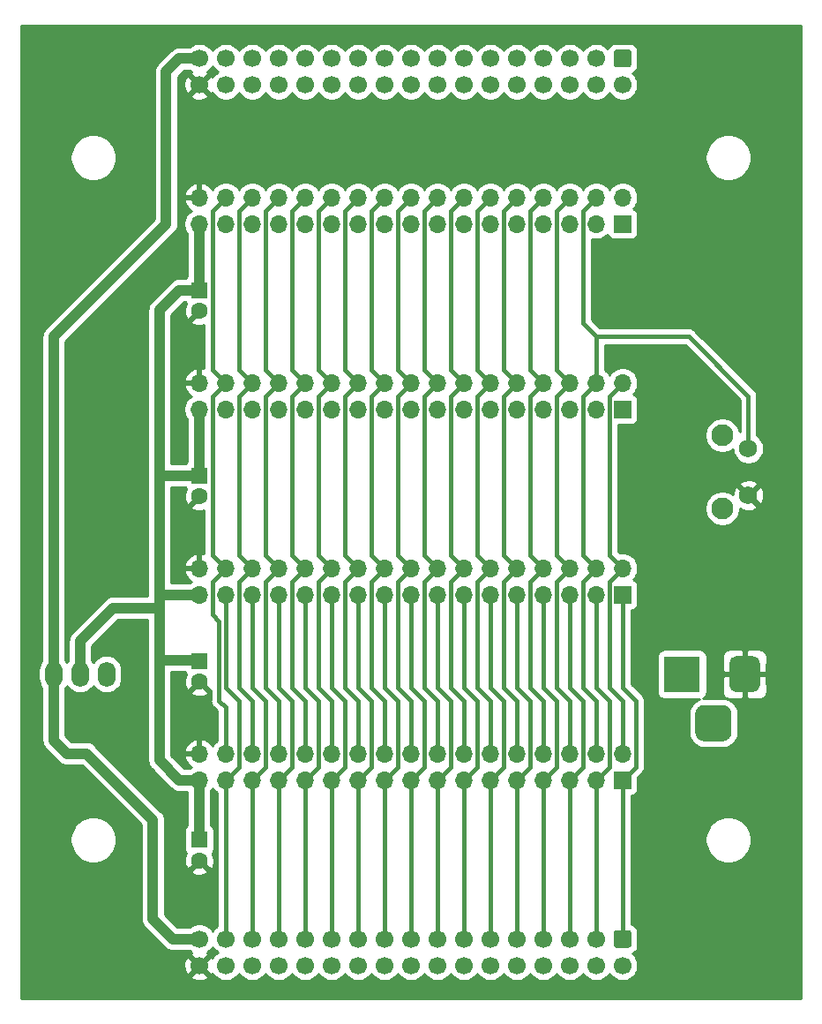
<source format=gtl>
%TF.GenerationSoftware,KiCad,Pcbnew,(5.1.10)-1*%
%TF.CreationDate,2022-01-30T10:28:43+01:00*%
%TF.ProjectId,Oric_BUS,4f726963-5f42-4555-932e-6b696361645f,1.0*%
%TF.SameCoordinates,PX6049a88PY791ddc0*%
%TF.FileFunction,Copper,L1,Top*%
%TF.FilePolarity,Positive*%
%FSLAX46Y46*%
G04 Gerber Fmt 4.6, Leading zero omitted, Abs format (unit mm)*
G04 Created by KiCad (PCBNEW (5.1.10)-1) date 2022-01-30 10:28:43*
%MOMM*%
%LPD*%
G01*
G04 APERTURE LIST*
%TA.AperFunction,ComponentPad*%
%ADD10C,1.600000*%
%TD*%
%TA.AperFunction,ComponentPad*%
%ADD11R,1.600000X1.600000*%
%TD*%
%TA.AperFunction,ComponentPad*%
%ADD12C,1.700000*%
%TD*%
%TA.AperFunction,ComponentPad*%
%ADD13O,1.700000X1.700000*%
%TD*%
%TA.AperFunction,ComponentPad*%
%ADD14R,1.700000X1.700000*%
%TD*%
%TA.AperFunction,ComponentPad*%
%ADD15C,2.100000*%
%TD*%
%TA.AperFunction,ComponentPad*%
%ADD16C,1.750000*%
%TD*%
%TA.AperFunction,ComponentPad*%
%ADD17R,3.500000X3.500000*%
%TD*%
%TA.AperFunction,ComponentPad*%
%ADD18O,1.700000X2.400000*%
%TD*%
%TA.AperFunction,Conductor*%
%ADD19C,0.400000*%
%TD*%
%TA.AperFunction,Conductor*%
%ADD20C,1.000000*%
%TD*%
%TA.AperFunction,Conductor*%
%ADD21C,0.254000*%
%TD*%
%TA.AperFunction,Conductor*%
%ADD22C,0.100000*%
%TD*%
G04 APERTURE END LIST*
D10*
%TO.P,C4,2*%
%TO.N,GND*%
X17780000Y66580000D03*
D11*
%TO.P,C4,1*%
%TO.N,+5VA*%
X17780000Y68580000D03*
%TD*%
D10*
%TO.P,C3,2*%
%TO.N,GND*%
X17780000Y48800000D03*
D11*
%TO.P,C3,1*%
%TO.N,+5VA*%
X17780000Y50800000D03*
%TD*%
D12*
%TO.P,J5,34*%
%TO.N,GND*%
X17780000Y88265000D03*
%TO.P,J5,32*%
%TO.N,/A11*%
X20320000Y88265000D03*
%TO.P,J5,30*%
%TO.N,/A12*%
X22860000Y88265000D03*
%TO.P,J5,28*%
%TO.N,/A13*%
X25400000Y88265000D03*
%TO.P,J5,26*%
%TO.N,/A14*%
X27940000Y88265000D03*
%TO.P,J5,24*%
%TO.N,/A15*%
X30480000Y88265000D03*
%TO.P,J5,22*%
%TO.N,/D7*%
X33020000Y88265000D03*
%TO.P,J5,20*%
%TO.N,/A4*%
X35560000Y88265000D03*
%TO.P,J5,18*%
%TO.N,/D4*%
X38100000Y88265000D03*
%TO.P,J5,16*%
%TO.N,/D3*%
X40640000Y88265000D03*
%TO.P,J5,14*%
%TO.N,/D6*%
X43180000Y88265000D03*
%TO.P,J5,12*%
%TO.N,/D1*%
X45720000Y88265000D03*
%TO.P,J5,10*%
%TO.N,/D0*%
X48260000Y88265000D03*
%TO.P,J5,8*%
%TO.N,/~IRQ*%
X50800000Y88265000D03*
%TO.P,J5,6*%
%TO.N,/~IOCTRL*%
X53340000Y88265000D03*
%TO.P,J5,4*%
%TO.N,/~RESET*%
X55880000Y88265000D03*
%TO.P,J5,2*%
%TO.N,/~ROMDIS*%
X58420000Y88265000D03*
%TO.P,J5,33*%
%TO.N,+5V*%
X17780000Y90805000D03*
%TO.P,J5,31*%
%TO.N,/A10*%
X20320000Y90805000D03*
%TO.P,J5,29*%
%TO.N,/A9*%
X22860000Y90805000D03*
%TO.P,J5,27*%
%TO.N,/A8*%
X25400000Y90805000D03*
%TO.P,J5,25*%
%TO.N,/A7*%
X27940000Y90805000D03*
%TO.P,J5,23*%
%TO.N,/A6*%
X30480000Y90805000D03*
%TO.P,J5,21*%
%TO.N,/A5*%
X33020000Y90805000D03*
%TO.P,J5,19*%
%TO.N,/D5*%
X35560000Y90805000D03*
%TO.P,J5,17*%
%TO.N,/A2*%
X38100000Y90805000D03*
%TO.P,J5,15*%
%TO.N,/A1*%
X40640000Y90805000D03*
%TO.P,J5,13*%
%TO.N,/A0*%
X43180000Y90805000D03*
%TO.P,J5,11*%
%TO.N,/A3*%
X45720000Y90805000D03*
%TO.P,J5,9*%
%TO.N,/D2*%
X48260000Y90805000D03*
%TO.P,J5,7*%
%TO.N,/R_~W*%
X50800000Y90805000D03*
%TO.P,J5,5*%
%TO.N,/~IO*%
X53340000Y90805000D03*
%TO.P,J5,3*%
%TO.N,/PHI2*%
X55880000Y90805000D03*
%TO.P,J5,1*%
%TO.N,/~MAP*%
%TA.AperFunction,ComponentPad*%
G36*
G01*
X57820000Y91655000D02*
X59020000Y91655000D01*
G75*
G02*
X59270000Y91405000I0J-250000D01*
G01*
X59270000Y90205000D01*
G75*
G02*
X59020000Y89955000I-250000J0D01*
G01*
X57820000Y89955000D01*
G75*
G02*
X57570000Y90205000I0J250000D01*
G01*
X57570000Y91405000D01*
G75*
G02*
X57820000Y91655000I250000J0D01*
G01*
G37*
%TD.AperFunction*%
%TD*%
D13*
%TO.P,J7,34*%
%TO.N,GND*%
X17780000Y77470000D03*
%TO.P,J7,33*%
%TO.N,+5VA*%
X17780000Y74930000D03*
%TO.P,J7,32*%
%TO.N,/A11*%
X20320000Y77470000D03*
%TO.P,J7,31*%
%TO.N,/A10*%
X20320000Y74930000D03*
%TO.P,J7,30*%
%TO.N,/A12*%
X22860000Y77470000D03*
%TO.P,J7,29*%
%TO.N,/A9*%
X22860000Y74930000D03*
%TO.P,J7,28*%
%TO.N,/A13*%
X25400000Y77470000D03*
%TO.P,J7,27*%
%TO.N,/A8*%
X25400000Y74930000D03*
%TO.P,J7,26*%
%TO.N,/A14*%
X27940000Y77470000D03*
%TO.P,J7,25*%
%TO.N,/A7*%
X27940000Y74930000D03*
%TO.P,J7,24*%
%TO.N,/A15*%
X30480000Y77470000D03*
%TO.P,J7,23*%
%TO.N,/A6*%
X30480000Y74930000D03*
%TO.P,J7,22*%
%TO.N,/D7*%
X33020000Y77470000D03*
%TO.P,J7,21*%
%TO.N,/A5*%
X33020000Y74930000D03*
%TO.P,J7,20*%
%TO.N,/A4*%
X35560000Y77470000D03*
%TO.P,J7,19*%
%TO.N,/D5*%
X35560000Y74930000D03*
%TO.P,J7,18*%
%TO.N,/D4*%
X38100000Y77470000D03*
%TO.P,J7,17*%
%TO.N,/A2*%
X38100000Y74930000D03*
%TO.P,J7,16*%
%TO.N,/D3*%
X40640000Y77470000D03*
%TO.P,J7,15*%
%TO.N,/A1*%
X40640000Y74930000D03*
%TO.P,J7,14*%
%TO.N,/D6*%
X43180000Y77470000D03*
%TO.P,J7,13*%
%TO.N,/A0*%
X43180000Y74930000D03*
%TO.P,J7,12*%
%TO.N,/D1*%
X45720000Y77470000D03*
%TO.P,J7,11*%
%TO.N,/A3*%
X45720000Y74930000D03*
%TO.P,J7,10*%
%TO.N,/D0*%
X48260000Y77470000D03*
%TO.P,J7,9*%
%TO.N,/D2*%
X48260000Y74930000D03*
%TO.P,J7,8*%
%TO.N,/~IRQ*%
X50800000Y77470000D03*
%TO.P,J7,7*%
%TO.N,/R_~W*%
X50800000Y74930000D03*
%TO.P,J7,6*%
%TO.N,/~IOCTRL*%
X53340000Y77470000D03*
%TO.P,J7,5*%
%TO.N,/~IO*%
X53340000Y74930000D03*
%TO.P,J7,4*%
%TO.N,/~RESET*%
X55880000Y77470000D03*
%TO.P,J7,3*%
%TO.N,/PHI2*%
X55880000Y74930000D03*
%TO.P,J7,2*%
%TO.N,/~ROMDIS*%
X58420000Y77470000D03*
D14*
%TO.P,J7,1*%
%TO.N,/~MAP*%
X58420000Y74930000D03*
%TD*%
D10*
%TO.P,C1,2*%
%TO.N,GND*%
X17780000Y13875000D03*
D11*
%TO.P,C1,1*%
%TO.N,+5VA*%
X17780000Y15875000D03*
%TD*%
D10*
%TO.P,C2,2*%
%TO.N,GND*%
X17780000Y31020000D03*
D11*
%TO.P,C2,1*%
%TO.N,+5VA*%
X17780000Y33020000D03*
%TD*%
D15*
%TO.P,SW1,*%
%TO.N,*%
X67995000Y47645000D03*
D16*
%TO.P,SW1,1*%
%TO.N,GND*%
X70485000Y48895000D03*
%TO.P,SW1,2*%
%TO.N,/~RESET*%
X70485000Y53395000D03*
D15*
%TO.P,SW1,*%
%TO.N,*%
X67995000Y54655000D03*
%TD*%
D13*
%TO.P,J4,34*%
%TO.N,GND*%
X17780000Y59690000D03*
%TO.P,J4,33*%
%TO.N,+5VA*%
X17780000Y57150000D03*
%TO.P,J4,32*%
%TO.N,/A11*%
X20320000Y59690000D03*
%TO.P,J4,31*%
%TO.N,/A10*%
X20320000Y57150000D03*
%TO.P,J4,30*%
%TO.N,/A12*%
X22860000Y59690000D03*
%TO.P,J4,29*%
%TO.N,/A9*%
X22860000Y57150000D03*
%TO.P,J4,28*%
%TO.N,/A13*%
X25400000Y59690000D03*
%TO.P,J4,27*%
%TO.N,/A8*%
X25400000Y57150000D03*
%TO.P,J4,26*%
%TO.N,/A14*%
X27940000Y59690000D03*
%TO.P,J4,25*%
%TO.N,/A7*%
X27940000Y57150000D03*
%TO.P,J4,24*%
%TO.N,/A15*%
X30480000Y59690000D03*
%TO.P,J4,23*%
%TO.N,/A6*%
X30480000Y57150000D03*
%TO.P,J4,22*%
%TO.N,/D7*%
X33020000Y59690000D03*
%TO.P,J4,21*%
%TO.N,/A5*%
X33020000Y57150000D03*
%TO.P,J4,20*%
%TO.N,/A4*%
X35560000Y59690000D03*
%TO.P,J4,19*%
%TO.N,/D5*%
X35560000Y57150000D03*
%TO.P,J4,18*%
%TO.N,/D4*%
X38100000Y59690000D03*
%TO.P,J4,17*%
%TO.N,/A2*%
X38100000Y57150000D03*
%TO.P,J4,16*%
%TO.N,/D3*%
X40640000Y59690000D03*
%TO.P,J4,15*%
%TO.N,/A1*%
X40640000Y57150000D03*
%TO.P,J4,14*%
%TO.N,/D6*%
X43180000Y59690000D03*
%TO.P,J4,13*%
%TO.N,/A0*%
X43180000Y57150000D03*
%TO.P,J4,12*%
%TO.N,/D1*%
X45720000Y59690000D03*
%TO.P,J4,11*%
%TO.N,/A3*%
X45720000Y57150000D03*
%TO.P,J4,10*%
%TO.N,/D0*%
X48260000Y59690000D03*
%TO.P,J4,9*%
%TO.N,/D2*%
X48260000Y57150000D03*
%TO.P,J4,8*%
%TO.N,/~IRQ*%
X50800000Y59690000D03*
%TO.P,J4,7*%
%TO.N,/R_~W*%
X50800000Y57150000D03*
%TO.P,J4,6*%
%TO.N,/~IOCTRL*%
X53340000Y59690000D03*
%TO.P,J4,5*%
%TO.N,/~IO*%
X53340000Y57150000D03*
%TO.P,J4,4*%
%TO.N,/~RESET*%
X55880000Y59690000D03*
%TO.P,J4,3*%
%TO.N,/PHI2*%
X55880000Y57150000D03*
%TO.P,J4,2*%
%TO.N,/~ROMDIS*%
X58420000Y59690000D03*
D14*
%TO.P,J4,1*%
%TO.N,/~MAP*%
X58420000Y57150000D03*
%TD*%
D13*
%TO.P,J3,34*%
%TO.N,GND*%
X17780000Y41910000D03*
%TO.P,J3,33*%
%TO.N,+5VA*%
X17780000Y39370000D03*
%TO.P,J3,32*%
%TO.N,/A11*%
X20320000Y41910000D03*
%TO.P,J3,31*%
%TO.N,/A10*%
X20320000Y39370000D03*
%TO.P,J3,30*%
%TO.N,/A12*%
X22860000Y41910000D03*
%TO.P,J3,29*%
%TO.N,/A9*%
X22860000Y39370000D03*
%TO.P,J3,28*%
%TO.N,/A13*%
X25400000Y41910000D03*
%TO.P,J3,27*%
%TO.N,/A8*%
X25400000Y39370000D03*
%TO.P,J3,26*%
%TO.N,/A14*%
X27940000Y41910000D03*
%TO.P,J3,25*%
%TO.N,/A7*%
X27940000Y39370000D03*
%TO.P,J3,24*%
%TO.N,/A15*%
X30480000Y41910000D03*
%TO.P,J3,23*%
%TO.N,/A6*%
X30480000Y39370000D03*
%TO.P,J3,22*%
%TO.N,/D7*%
X33020000Y41910000D03*
%TO.P,J3,21*%
%TO.N,/A5*%
X33020000Y39370000D03*
%TO.P,J3,20*%
%TO.N,/A4*%
X35560000Y41910000D03*
%TO.P,J3,19*%
%TO.N,/D5*%
X35560000Y39370000D03*
%TO.P,J3,18*%
%TO.N,/D4*%
X38100000Y41910000D03*
%TO.P,J3,17*%
%TO.N,/A2*%
X38100000Y39370000D03*
%TO.P,J3,16*%
%TO.N,/D3*%
X40640000Y41910000D03*
%TO.P,J3,15*%
%TO.N,/A1*%
X40640000Y39370000D03*
%TO.P,J3,14*%
%TO.N,/D6*%
X43180000Y41910000D03*
%TO.P,J3,13*%
%TO.N,/A0*%
X43180000Y39370000D03*
%TO.P,J3,12*%
%TO.N,/D1*%
X45720000Y41910000D03*
%TO.P,J3,11*%
%TO.N,/A3*%
X45720000Y39370000D03*
%TO.P,J3,10*%
%TO.N,/D0*%
X48260000Y41910000D03*
%TO.P,J3,9*%
%TO.N,/D2*%
X48260000Y39370000D03*
%TO.P,J3,8*%
%TO.N,/~IRQ*%
X50800000Y41910000D03*
%TO.P,J3,7*%
%TO.N,/R_~W*%
X50800000Y39370000D03*
%TO.P,J3,6*%
%TO.N,/~IOCTRL*%
X53340000Y41910000D03*
%TO.P,J3,5*%
%TO.N,/~IO*%
X53340000Y39370000D03*
%TO.P,J3,4*%
%TO.N,/~RESET*%
X55880000Y41910000D03*
%TO.P,J3,3*%
%TO.N,/PHI2*%
X55880000Y39370000D03*
%TO.P,J3,2*%
%TO.N,/~ROMDIS*%
X58420000Y41910000D03*
D14*
%TO.P,J3,1*%
%TO.N,/~MAP*%
X58420000Y39370000D03*
%TD*%
D13*
%TO.P,J2,34*%
%TO.N,GND*%
X17780000Y24130000D03*
%TO.P,J2,33*%
%TO.N,+5VA*%
X17780000Y21590000D03*
%TO.P,J2,32*%
%TO.N,/A11*%
X20320000Y24130000D03*
%TO.P,J2,31*%
%TO.N,/A10*%
X20320000Y21590000D03*
%TO.P,J2,30*%
%TO.N,/A12*%
X22860000Y24130000D03*
%TO.P,J2,29*%
%TO.N,/A9*%
X22860000Y21590000D03*
%TO.P,J2,28*%
%TO.N,/A13*%
X25400000Y24130000D03*
%TO.P,J2,27*%
%TO.N,/A8*%
X25400000Y21590000D03*
%TO.P,J2,26*%
%TO.N,/A14*%
X27940000Y24130000D03*
%TO.P,J2,25*%
%TO.N,/A7*%
X27940000Y21590000D03*
%TO.P,J2,24*%
%TO.N,/A15*%
X30480000Y24130000D03*
%TO.P,J2,23*%
%TO.N,/A6*%
X30480000Y21590000D03*
%TO.P,J2,22*%
%TO.N,/D7*%
X33020000Y24130000D03*
%TO.P,J2,21*%
%TO.N,/A5*%
X33020000Y21590000D03*
%TO.P,J2,20*%
%TO.N,/A4*%
X35560000Y24130000D03*
%TO.P,J2,19*%
%TO.N,/D5*%
X35560000Y21590000D03*
%TO.P,J2,18*%
%TO.N,/D4*%
X38100000Y24130000D03*
%TO.P,J2,17*%
%TO.N,/A2*%
X38100000Y21590000D03*
%TO.P,J2,16*%
%TO.N,/D3*%
X40640000Y24130000D03*
%TO.P,J2,15*%
%TO.N,/A1*%
X40640000Y21590000D03*
%TO.P,J2,14*%
%TO.N,/D6*%
X43180000Y24130000D03*
%TO.P,J2,13*%
%TO.N,/A0*%
X43180000Y21590000D03*
%TO.P,J2,12*%
%TO.N,/D1*%
X45720000Y24130000D03*
%TO.P,J2,11*%
%TO.N,/A3*%
X45720000Y21590000D03*
%TO.P,J2,10*%
%TO.N,/D0*%
X48260000Y24130000D03*
%TO.P,J2,9*%
%TO.N,/D2*%
X48260000Y21590000D03*
%TO.P,J2,8*%
%TO.N,/~IRQ*%
X50800000Y24130000D03*
%TO.P,J2,7*%
%TO.N,/R_~W*%
X50800000Y21590000D03*
%TO.P,J2,6*%
%TO.N,/~IOCTRL*%
X53340000Y24130000D03*
%TO.P,J2,5*%
%TO.N,/~IO*%
X53340000Y21590000D03*
%TO.P,J2,4*%
%TO.N,/~RESET*%
X55880000Y24130000D03*
%TO.P,J2,3*%
%TO.N,/PHI2*%
X55880000Y21590000D03*
%TO.P,J2,2*%
%TO.N,/~ROMDIS*%
X58420000Y24130000D03*
D14*
%TO.P,J2,1*%
%TO.N,/~MAP*%
X58420000Y21590000D03*
%TD*%
%TO.P,J6,3*%
%TO.N,N/C*%
%TA.AperFunction,ComponentPad*%
G36*
G01*
X68885000Y27925000D02*
X68885000Y26175000D01*
G75*
G02*
X68010000Y25300000I-875000J0D01*
G01*
X66260000Y25300000D01*
G75*
G02*
X65385000Y26175000I0J875000D01*
G01*
X65385000Y27925000D01*
G75*
G02*
X66260000Y28800000I875000J0D01*
G01*
X68010000Y28800000D01*
G75*
G02*
X68885000Y27925000I0J-875000D01*
G01*
G37*
%TD.AperFunction*%
%TO.P,J6,2*%
%TO.N,GND*%
%TA.AperFunction,ComponentPad*%
G36*
G01*
X71635000Y32750000D02*
X71635000Y30750000D01*
G75*
G02*
X70885000Y30000000I-750000J0D01*
G01*
X69385000Y30000000D01*
G75*
G02*
X68635000Y30750000I0J750000D01*
G01*
X68635000Y32750000D01*
G75*
G02*
X69385000Y33500000I750000J0D01*
G01*
X70885000Y33500000D01*
G75*
G02*
X71635000Y32750000I0J-750000D01*
G01*
G37*
%TD.AperFunction*%
D17*
%TO.P,J6,1*%
%TO.N,Net-(J6-Pad1)*%
X64135000Y31750000D03*
%TD*%
D18*
%TO.P,JP1,3*%
%TO.N,+5V*%
X3810000Y31750000D03*
%TO.P,JP1,2*%
%TO.N,+5VA*%
X6350000Y31750000D03*
%TO.P,JP1,1*%
%TO.N,Net-(J6-Pad1)*%
X8890000Y31750000D03*
%TD*%
D12*
%TO.P,J1,34*%
%TO.N,GND*%
X17780000Y3810000D03*
%TO.P,J1,32*%
%TO.N,/A11*%
X20320000Y3810000D03*
%TO.P,J1,30*%
%TO.N,/A12*%
X22860000Y3810000D03*
%TO.P,J1,28*%
%TO.N,/A13*%
X25400000Y3810000D03*
%TO.P,J1,26*%
%TO.N,/A14*%
X27940000Y3810000D03*
%TO.P,J1,24*%
%TO.N,/A15*%
X30480000Y3810000D03*
%TO.P,J1,22*%
%TO.N,/D7*%
X33020000Y3810000D03*
%TO.P,J1,20*%
%TO.N,/A4*%
X35560000Y3810000D03*
%TO.P,J1,18*%
%TO.N,/D4*%
X38100000Y3810000D03*
%TO.P,J1,16*%
%TO.N,/D3*%
X40640000Y3810000D03*
%TO.P,J1,14*%
%TO.N,/D6*%
X43180000Y3810000D03*
%TO.P,J1,12*%
%TO.N,/D1*%
X45720000Y3810000D03*
%TO.P,J1,10*%
%TO.N,/D0*%
X48260000Y3810000D03*
%TO.P,J1,8*%
%TO.N,/~IRQ*%
X50800000Y3810000D03*
%TO.P,J1,6*%
%TO.N,/~IOCTRL*%
X53340000Y3810000D03*
%TO.P,J1,4*%
%TO.N,/~RESET*%
X55880000Y3810000D03*
%TO.P,J1,2*%
%TO.N,/~ROMDIS*%
X58420000Y3810000D03*
%TO.P,J1,33*%
%TO.N,+5V*%
X17780000Y6350000D03*
%TO.P,J1,31*%
%TO.N,/A10*%
X20320000Y6350000D03*
%TO.P,J1,29*%
%TO.N,/A9*%
X22860000Y6350000D03*
%TO.P,J1,27*%
%TO.N,/A8*%
X25400000Y6350000D03*
%TO.P,J1,25*%
%TO.N,/A7*%
X27940000Y6350000D03*
%TO.P,J1,23*%
%TO.N,/A6*%
X30480000Y6350000D03*
%TO.P,J1,21*%
%TO.N,/A5*%
X33020000Y6350000D03*
%TO.P,J1,19*%
%TO.N,/D5*%
X35560000Y6350000D03*
%TO.P,J1,17*%
%TO.N,/A2*%
X38100000Y6350000D03*
%TO.P,J1,15*%
%TO.N,/A1*%
X40640000Y6350000D03*
%TO.P,J1,13*%
%TO.N,/A0*%
X43180000Y6350000D03*
%TO.P,J1,11*%
%TO.N,/A3*%
X45720000Y6350000D03*
%TO.P,J1,9*%
%TO.N,/D2*%
X48260000Y6350000D03*
%TO.P,J1,7*%
%TO.N,/R_~W*%
X50800000Y6350000D03*
%TO.P,J1,5*%
%TO.N,/~IO*%
X53340000Y6350000D03*
%TO.P,J1,3*%
%TO.N,/PHI2*%
X55880000Y6350000D03*
%TO.P,J1,1*%
%TO.N,/~MAP*%
%TA.AperFunction,ComponentPad*%
G36*
G01*
X57820000Y7200000D02*
X59020000Y7200000D01*
G75*
G02*
X59270000Y6950000I0J-250000D01*
G01*
X59270000Y5750000D01*
G75*
G02*
X59020000Y5500000I-250000J0D01*
G01*
X57820000Y5500000D01*
G75*
G02*
X57570000Y5750000I0J250000D01*
G01*
X57570000Y6950000D01*
G75*
G02*
X57820000Y7200000I250000J0D01*
G01*
G37*
%TD.AperFunction*%
%TD*%
D19*
%TO.N,/A11*%
X20320000Y77470000D02*
X19050000Y76200000D01*
X19050000Y76200000D02*
X19050000Y60960000D01*
X19050000Y60960000D02*
X20320000Y59690000D01*
X20320000Y41910000D02*
X19050000Y43180000D01*
X19050000Y43180000D02*
X19050000Y58420000D01*
X19050000Y58420000D02*
X20320000Y59690000D01*
X19685000Y29210000D02*
X20320000Y28575000D01*
X19685000Y36830000D02*
X19685000Y29210000D01*
X19050000Y37465000D02*
X19685000Y36830000D01*
X19050000Y40640000D02*
X19050000Y37465000D01*
X20320000Y28575000D02*
X20320000Y24130000D01*
X20320000Y41910000D02*
X19050000Y40640000D01*
%TO.N,/A12*%
X22860000Y59690000D02*
X21590000Y60960000D01*
X21590000Y60960000D02*
X21590000Y76200000D01*
X21590000Y76200000D02*
X22860000Y77470000D01*
X21590000Y40640000D02*
X22860000Y41910000D01*
X22860000Y59690000D02*
X21590000Y58420000D01*
X21590000Y58420000D02*
X21590000Y43180000D01*
X21590000Y43180000D02*
X22860000Y41910000D01*
X21590000Y30480000D02*
X22860000Y29210000D01*
X21590000Y30480000D02*
X21590000Y40640000D01*
X22860000Y29210000D02*
X22860000Y24130000D01*
%TO.N,/A13*%
X25400000Y77470000D02*
X24130000Y76200000D01*
X24130000Y76200000D02*
X24130000Y60960000D01*
X24130000Y60960000D02*
X25400000Y59690000D01*
X24130000Y40640000D02*
X25400000Y41910000D01*
X25400000Y41910000D02*
X24130000Y43180000D01*
X24130000Y43180000D02*
X24130000Y58420000D01*
X24130000Y58420000D02*
X25400000Y59690000D01*
X24130000Y30480000D02*
X25400000Y29210000D01*
X24130000Y30480000D02*
X24130000Y40640000D01*
X25400000Y29210000D02*
X25400000Y24130000D01*
%TO.N,/A14*%
X27940000Y77470000D02*
X26670000Y76200000D01*
X26670000Y76200000D02*
X26670000Y60960000D01*
X26670000Y60960000D02*
X27940000Y59690000D01*
X27940000Y59690000D02*
X26670000Y58420000D01*
X26670000Y58420000D02*
X26670000Y43180000D01*
X26670000Y43180000D02*
X27940000Y41910000D01*
X27940000Y41910000D02*
X26670000Y40640000D01*
X26670000Y40640000D02*
X26670000Y30480000D01*
X26670000Y30480000D02*
X27940000Y29210000D01*
X27940000Y29210000D02*
X27940000Y24130000D01*
%TO.N,/A15*%
X30480000Y59690000D02*
X29210000Y60960000D01*
X29210000Y60960000D02*
X29210000Y76200000D01*
X29210000Y76200000D02*
X30480000Y77470000D01*
X30480000Y41910000D02*
X29210000Y40640000D01*
X29210000Y58420000D02*
X30480000Y59690000D01*
X29210000Y43180000D02*
X29210000Y58420000D01*
X30480000Y41910000D02*
X29210000Y43180000D01*
X29210000Y30480000D02*
X30480000Y29210000D01*
X29210000Y40640000D02*
X29210000Y30480000D01*
X30480000Y29210000D02*
X30480000Y24130000D01*
%TO.N,/D7*%
X31750000Y40640000D02*
X33020000Y41910000D01*
X33020000Y59690000D02*
X31750000Y58420000D01*
X31750000Y58420000D02*
X31750000Y43180000D01*
X31750000Y43180000D02*
X33020000Y41910000D01*
X33020000Y77470000D02*
X31750000Y76200000D01*
X31750000Y76200000D02*
X31750000Y60960000D01*
X31750000Y60960000D02*
X33020000Y59690000D01*
X31750000Y30480000D02*
X33020000Y29210000D01*
X31750000Y30480000D02*
X31750000Y40640000D01*
X33020000Y29210000D02*
X33020000Y24130000D01*
%TO.N,/A4*%
X35560000Y77470000D02*
X34290000Y76200000D01*
X34290000Y76200000D02*
X34290000Y60960000D01*
X34290000Y60960000D02*
X35560000Y59690000D01*
X35560000Y59690000D02*
X34290000Y58420000D01*
X34290000Y58420000D02*
X34290000Y43180000D01*
X34290000Y43180000D02*
X35560000Y41910000D01*
X35560000Y41910000D02*
X34290000Y40640000D01*
X34290000Y30480000D02*
X35560000Y29210000D01*
X34290000Y40640000D02*
X34290000Y30480000D01*
X35560000Y29210000D02*
X35560000Y24130000D01*
%TO.N,/D4*%
X38100000Y59690000D02*
X36830000Y60960000D01*
X36830000Y60960000D02*
X36830000Y76200000D01*
X36830000Y76200000D02*
X38100000Y77470000D01*
X38100000Y59690000D02*
X36830000Y58420000D01*
X36830000Y58420000D02*
X36830000Y43180000D01*
X36830000Y43180000D02*
X38100000Y41910000D01*
X38100000Y41910000D02*
X36830000Y40640000D01*
X36830000Y40640000D02*
X36830000Y30480000D01*
X36830000Y30480000D02*
X38100000Y29210000D01*
X38100000Y29210000D02*
X38100000Y24130000D01*
%TO.N,/D3*%
X40640000Y77470000D02*
X39370000Y76200000D01*
X39370000Y76200000D02*
X39370000Y60960000D01*
X39370000Y60960000D02*
X40640000Y59690000D01*
X40640000Y41910000D02*
X39370000Y43180000D01*
X39370000Y43180000D02*
X39370000Y58420000D01*
X39370000Y58420000D02*
X40640000Y59690000D01*
X40640000Y41910000D02*
X39370000Y40640000D01*
X40640000Y29210000D02*
X39370000Y30480000D01*
X40640000Y24130000D02*
X40640000Y29210000D01*
X39370000Y40640000D02*
X39370000Y30480000D01*
%TO.N,/D6*%
X43180000Y59690000D02*
X41910000Y60960000D01*
X41910000Y60960000D02*
X41910000Y76200000D01*
X41910000Y76200000D02*
X43180000Y77470000D01*
X43180000Y59690000D02*
X41910000Y58420000D01*
X41910000Y58420000D02*
X41910000Y43180000D01*
X41910000Y43180000D02*
X43180000Y41910000D01*
X43180000Y29210000D02*
X43180000Y24130000D01*
X41910000Y40640000D02*
X41910000Y30480000D01*
X41910000Y30480000D02*
X43180000Y29210000D01*
X43180000Y41910000D02*
X41910000Y40640000D01*
%TO.N,/D1*%
X45720000Y77470000D02*
X44450000Y76200000D01*
X44450000Y76200000D02*
X44450000Y60960000D01*
X44450000Y60960000D02*
X45720000Y59690000D01*
X45720000Y41910000D02*
X44450000Y43180000D01*
X44450000Y43180000D02*
X44450000Y58420000D01*
X44450000Y58420000D02*
X45720000Y59690000D01*
X45720000Y24130000D02*
X45720000Y29210000D01*
X45720000Y29210000D02*
X44450000Y30480000D01*
X44450000Y40640000D02*
X45720000Y41910000D01*
X44450000Y30480000D02*
X44450000Y40640000D01*
%TO.N,/D0*%
X46990000Y76200000D02*
X48260000Y77470000D01*
X46990000Y60960000D02*
X46990000Y76200000D01*
X48260000Y59690000D02*
X46990000Y60960000D01*
X46990000Y40640000D02*
X48260000Y41910000D01*
X48260000Y59690000D02*
X46990000Y58420000D01*
X46990000Y58420000D02*
X46990000Y43180000D01*
X46990000Y43180000D02*
X48260000Y41910000D01*
X46990000Y30480000D02*
X48260000Y29210000D01*
X46990000Y30480000D02*
X46990000Y40640000D01*
X48260000Y29210000D02*
X48260000Y24130000D01*
%TO.N,/~IRQ*%
X50800000Y41910000D02*
X49530000Y40640000D01*
X50800000Y41910000D02*
X49530000Y43180000D01*
X49530000Y43180000D02*
X49530000Y58420000D01*
X49530000Y58420000D02*
X50800000Y59690000D01*
X50800000Y77470000D02*
X49530000Y76200000D01*
X49530000Y76200000D02*
X49530000Y60960000D01*
X49530000Y60960000D02*
X50800000Y59690000D01*
X49530000Y30480000D02*
X50800000Y29210000D01*
X49530000Y40640000D02*
X49530000Y30480000D01*
X50800000Y29210000D02*
X50800000Y24130000D01*
%TO.N,/~IOCTRL*%
X52070000Y40640000D02*
X53340000Y41910000D01*
X53340000Y59690000D02*
X52070000Y58420000D01*
X52070000Y58420000D02*
X52070000Y43180000D01*
X52070000Y43180000D02*
X53340000Y41910000D01*
X52070000Y76200000D02*
X53340000Y77470000D01*
X52070000Y60960000D02*
X52070000Y76200000D01*
X53340000Y59690000D02*
X52070000Y60960000D01*
X52070000Y30480000D02*
X53340000Y29210000D01*
X52070000Y30480000D02*
X52070000Y40640000D01*
X53340000Y29210000D02*
X53340000Y24130000D01*
%TO.N,/~RESET*%
X55880000Y3810000D02*
X55880000Y4445000D01*
X55880000Y41910000D02*
X54610000Y40640000D01*
X55880000Y41910000D02*
X54610000Y43180000D01*
X54610000Y43180000D02*
X54610000Y58420000D01*
X54610000Y58420000D02*
X55880000Y59690000D01*
X55880000Y77470000D02*
X54610000Y76200000D01*
X54610000Y40640000D02*
X54610000Y30480000D01*
X54610000Y30480000D02*
X55880000Y29210000D01*
X55880000Y29210000D02*
X55880000Y24130000D01*
X55880000Y64135000D02*
X54610000Y65405000D01*
X55880000Y59690000D02*
X55880000Y64135000D01*
X54610000Y76200000D02*
X54610000Y65405000D01*
X55880000Y64135000D02*
X64770000Y64135000D01*
X70485000Y58420000D02*
X70485000Y53395000D01*
X64770000Y64135000D02*
X70485000Y58420000D01*
%TO.N,/~ROMDIS*%
X57150000Y40640000D02*
X58420000Y41910000D01*
X58420000Y59690000D02*
X57150000Y58420000D01*
X57150000Y58420000D02*
X57150000Y43180000D01*
X57150000Y43180000D02*
X58420000Y41910000D01*
X57150000Y30480000D02*
X58420000Y29210000D01*
X57150000Y30480000D02*
X57150000Y40640000D01*
X58420000Y29210000D02*
X58420000Y24130000D01*
%TO.N,/A10*%
X20320000Y21590000D02*
X21590000Y22860000D01*
X21590000Y22860000D02*
X21590000Y29210000D01*
X21590000Y29210000D02*
X20320000Y30480000D01*
X20320000Y30480000D02*
X20320000Y39370000D01*
X20320000Y21590000D02*
X20320000Y6350000D01*
%TO.N,/A9*%
X22860000Y39370000D02*
X22860000Y30480000D01*
X22860000Y30480000D02*
X24130000Y29210000D01*
X24130000Y22860000D02*
X22860000Y21590000D01*
X24130000Y29210000D02*
X24130000Y22860000D01*
X22860000Y6350000D02*
X22860000Y21590000D01*
%TO.N,/A8*%
X25400000Y21590000D02*
X26670000Y22860000D01*
X26670000Y22860000D02*
X26670000Y29210000D01*
X26670000Y29210000D02*
X25400000Y30480000D01*
X25400000Y30480000D02*
X25400000Y39370000D01*
X25400000Y21590000D02*
X25400000Y6350000D01*
%TO.N,/A7*%
X27940000Y39370000D02*
X27940000Y30480000D01*
X27940000Y30480000D02*
X29210000Y29210000D01*
X29210000Y22860000D02*
X27940000Y21590000D01*
X29210000Y29210000D02*
X29210000Y22860000D01*
X27940000Y21590000D02*
X27940000Y6350000D01*
%TO.N,/A6*%
X30480000Y39370000D02*
X30480000Y30480000D01*
X30480000Y30480000D02*
X31750000Y29210000D01*
X31750000Y22860000D02*
X30480000Y21590000D01*
X31750000Y29210000D02*
X31750000Y22860000D01*
X30480000Y21590000D02*
X30480000Y6350000D01*
%TO.N,/A5*%
X33020000Y39370000D02*
X33020000Y30480000D01*
X33020000Y30480000D02*
X34290000Y29210000D01*
X34290000Y22860000D02*
X33020000Y21590000D01*
X34290000Y29210000D02*
X34290000Y22860000D01*
X33020000Y21590000D02*
X33020000Y6350000D01*
%TO.N,/D5*%
X35560000Y21590000D02*
X36830000Y22860000D01*
X36830000Y22860000D02*
X36830000Y29210000D01*
X36830000Y29210000D02*
X35560000Y30480000D01*
X35560000Y30480000D02*
X35560000Y39370000D01*
X35560000Y21590000D02*
X35560000Y6350000D01*
%TO.N,/A2*%
X38100000Y21590000D02*
X39370000Y22860000D01*
X39370000Y22860000D02*
X39370000Y29210000D01*
X39370000Y29210000D02*
X38100000Y30480000D01*
X38100000Y30480000D02*
X38100000Y39370000D01*
X38100000Y21590000D02*
X38100000Y6350000D01*
%TO.N,/A1*%
X41910000Y22860000D02*
X40640000Y21590000D01*
X41910000Y29210000D02*
X41910000Y22860000D01*
X40640000Y30480000D02*
X41910000Y29210000D01*
X40640000Y39370000D02*
X40640000Y30480000D01*
X40640000Y21590000D02*
X40640000Y6350000D01*
%TO.N,/A0*%
X43180000Y39370000D02*
X43180000Y30480000D01*
X43180000Y30480000D02*
X44450000Y29210000D01*
X44450000Y22860000D02*
X43180000Y21590000D01*
X44450000Y29210000D02*
X44450000Y22860000D01*
X43180000Y21590000D02*
X43180000Y6350000D01*
%TO.N,/A3*%
X45720000Y39370000D02*
X45720000Y30480000D01*
X45720000Y30480000D02*
X46990000Y29210000D01*
X46990000Y22860000D02*
X45720000Y21590000D01*
X46990000Y29210000D02*
X46990000Y22860000D01*
X45720000Y6350000D02*
X45720000Y21590000D01*
%TO.N,/D2*%
X48260000Y21590000D02*
X49530000Y22860000D01*
X49530000Y22860000D02*
X49530000Y29210000D01*
X49530000Y29210000D02*
X48260000Y30480000D01*
X48260000Y30480000D02*
X48260000Y39370000D01*
X48260000Y21590000D02*
X48260000Y6350000D01*
%TO.N,/R_~W*%
X50800000Y39370000D02*
X50800000Y30480000D01*
X50800000Y30480000D02*
X52070000Y29210000D01*
X52070000Y22860000D02*
X50800000Y21590000D01*
X52070000Y29210000D02*
X52070000Y22860000D01*
X50800000Y21590000D02*
X50800000Y6350000D01*
%TO.N,/~IO*%
X53340000Y39370000D02*
X53340000Y30480000D01*
X53340000Y30480000D02*
X54610000Y29210000D01*
X54610000Y22860000D02*
X53340000Y21590000D01*
X54610000Y29210000D02*
X54610000Y22860000D01*
X53340000Y21590000D02*
X53340000Y6350000D01*
%TO.N,/PHI2*%
X55880000Y39370000D02*
X55880000Y30480000D01*
X55880000Y30480000D02*
X57150000Y29210000D01*
X57150000Y22860000D02*
X55880000Y21590000D01*
X57150000Y29210000D02*
X57150000Y22860000D01*
X55880000Y6350000D02*
X55880000Y21590000D01*
%TO.N,/~MAP*%
X58420000Y39370000D02*
X58420000Y30480000D01*
X58420000Y30480000D02*
X59690000Y29210000D01*
X59690000Y22860000D02*
X58420000Y21590000D01*
X59690000Y29210000D02*
X59690000Y22860000D01*
X58420000Y21590000D02*
X58420000Y6350000D01*
D20*
%TO.N,+5VA*%
X17780000Y21590000D02*
X15875000Y21590000D01*
X15875000Y21590000D02*
X13970000Y23495000D01*
X17780000Y33115000D02*
X14065000Y33115000D01*
X13970000Y33020000D02*
X13970000Y38100000D01*
X14065000Y33115000D02*
X13970000Y33020000D01*
X13970000Y23495000D02*
X13970000Y33020000D01*
X6350000Y31750000D02*
X6350000Y34925000D01*
X9525000Y38100000D02*
X13970000Y38100000D01*
X6350000Y34925000D02*
X9525000Y38100000D01*
X17780000Y39370000D02*
X13970000Y39370000D01*
X13970000Y39370000D02*
X13970000Y38100000D01*
X17780000Y57150000D02*
X17780000Y50800000D01*
X13970000Y39370000D02*
X13970000Y50800000D01*
X17780000Y50800000D02*
X13970000Y50800000D01*
X17780000Y74930000D02*
X17780000Y68580000D01*
X13970000Y50800000D02*
X13970000Y66675000D01*
X15875000Y68580000D02*
X17780000Y68580000D01*
X13970000Y66675000D02*
X15875000Y68580000D01*
X17780000Y21590000D02*
X17780000Y15875000D01*
%TO.N,+5V*%
X15240000Y6350000D02*
X17780000Y6350000D01*
X13335000Y8255000D02*
X15240000Y6350000D01*
X13335000Y17780000D02*
X13335000Y8255000D01*
X6985000Y24130000D02*
X13335000Y17780000D01*
X5080000Y24130000D02*
X6985000Y24130000D01*
X3810000Y25400000D02*
X5080000Y24130000D01*
X3810000Y31750000D02*
X3810000Y25400000D01*
X17780000Y90805000D02*
X15875000Y90805000D01*
X15875000Y90805000D02*
X14605000Y89535000D01*
X14605000Y89535000D02*
X14605000Y74930000D01*
X3810000Y64135000D02*
X3810000Y31750000D01*
X14605000Y74930000D02*
X3810000Y64135000D01*
%TD*%
D21*
%TO.N,GND*%
X75540001Y660000D02*
X660000Y660000D01*
X660000Y2781603D01*
X16931208Y2781603D01*
X17008843Y2532528D01*
X17272883Y2406629D01*
X17556411Y2334661D01*
X17848531Y2319389D01*
X18138019Y2361401D01*
X18413747Y2459081D01*
X18551157Y2532528D01*
X18628792Y2781603D01*
X17780000Y3630395D01*
X16931208Y2781603D01*
X660000Y2781603D01*
X660000Y3741469D01*
X16289389Y3741469D01*
X16331401Y3451981D01*
X16429081Y3176253D01*
X16502528Y3038843D01*
X16751603Y2961208D01*
X17600395Y3810000D01*
X16751603Y4658792D01*
X16502528Y4581157D01*
X16376629Y4317117D01*
X16304661Y4033589D01*
X16289389Y3741469D01*
X660000Y3741469D01*
X660000Y16095128D01*
X5385000Y16095128D01*
X5385000Y15654872D01*
X5470890Y15223075D01*
X5639369Y14816331D01*
X5883962Y14450271D01*
X6195271Y14138962D01*
X6561331Y13894369D01*
X6968075Y13725890D01*
X7399872Y13640000D01*
X7840128Y13640000D01*
X8271925Y13725890D01*
X8678669Y13894369D01*
X9044729Y14138962D01*
X9356038Y14450271D01*
X9600631Y14816331D01*
X9769110Y15223075D01*
X9855000Y15654872D01*
X9855000Y16095128D01*
X9769110Y16526925D01*
X9600631Y16933669D01*
X9356038Y17299729D01*
X9044729Y17611038D01*
X8678669Y17855631D01*
X8271925Y18024110D01*
X7840128Y18110000D01*
X7399872Y18110000D01*
X6968075Y18024110D01*
X6561331Y17855631D01*
X6195271Y17611038D01*
X5883962Y17299729D01*
X5639369Y16933669D01*
X5470890Y16526925D01*
X5385000Y16095128D01*
X660000Y16095128D01*
X660000Y32172950D01*
X2325000Y32172950D01*
X2325000Y31327051D01*
X2346487Y31108890D01*
X2431401Y30828967D01*
X2569294Y30570987D01*
X2675000Y30442183D01*
X2675001Y25455761D01*
X2669509Y25400000D01*
X2691423Y25177502D01*
X2756324Y24963554D01*
X2781247Y24916927D01*
X2861717Y24766377D01*
X3003552Y24593551D01*
X3046860Y24558009D01*
X4238008Y23366860D01*
X4273551Y23323551D01*
X4446377Y23181716D01*
X4643553Y23076324D01*
X4797903Y23029502D01*
X4857500Y23011423D01*
X4878493Y23009356D01*
X5024248Y22995000D01*
X5024255Y22995000D01*
X5079999Y22989510D01*
X5135743Y22995000D01*
X6514869Y22995000D01*
X12200000Y17309868D01*
X12200001Y8310761D01*
X12194509Y8255000D01*
X12216423Y8032502D01*
X12281324Y7818554D01*
X12330384Y7726770D01*
X12386717Y7621377D01*
X12528552Y7448551D01*
X12571860Y7413009D01*
X14398009Y5586859D01*
X14433551Y5543551D01*
X14606377Y5401716D01*
X14803553Y5296324D01*
X15017501Y5231423D01*
X15131736Y5220172D01*
X15240000Y5209509D01*
X15295752Y5215000D01*
X16814893Y5215000D01*
X16833368Y5196525D01*
X17006729Y5080689D01*
X16931208Y4838397D01*
X17780000Y3989605D01*
X18628792Y4838397D01*
X18553271Y5080689D01*
X18726632Y5196525D01*
X18933475Y5403368D01*
X19050000Y5577760D01*
X19166525Y5403368D01*
X19373368Y5196525D01*
X19547760Y5080000D01*
X19373368Y4963475D01*
X19166525Y4756632D01*
X19050689Y4583271D01*
X18808397Y4658792D01*
X17959605Y3810000D01*
X18808397Y2961208D01*
X19050689Y3036729D01*
X19166525Y2863368D01*
X19373368Y2656525D01*
X19616589Y2494010D01*
X19886842Y2382068D01*
X20173740Y2325000D01*
X20466260Y2325000D01*
X20753158Y2382068D01*
X21023411Y2494010D01*
X21266632Y2656525D01*
X21473475Y2863368D01*
X21590000Y3037760D01*
X21706525Y2863368D01*
X21913368Y2656525D01*
X22156589Y2494010D01*
X22426842Y2382068D01*
X22713740Y2325000D01*
X23006260Y2325000D01*
X23293158Y2382068D01*
X23563411Y2494010D01*
X23806632Y2656525D01*
X24013475Y2863368D01*
X24130000Y3037760D01*
X24246525Y2863368D01*
X24453368Y2656525D01*
X24696589Y2494010D01*
X24966842Y2382068D01*
X25253740Y2325000D01*
X25546260Y2325000D01*
X25833158Y2382068D01*
X26103411Y2494010D01*
X26346632Y2656525D01*
X26553475Y2863368D01*
X26670000Y3037760D01*
X26786525Y2863368D01*
X26993368Y2656525D01*
X27236589Y2494010D01*
X27506842Y2382068D01*
X27793740Y2325000D01*
X28086260Y2325000D01*
X28373158Y2382068D01*
X28643411Y2494010D01*
X28886632Y2656525D01*
X29093475Y2863368D01*
X29210000Y3037760D01*
X29326525Y2863368D01*
X29533368Y2656525D01*
X29776589Y2494010D01*
X30046842Y2382068D01*
X30333740Y2325000D01*
X30626260Y2325000D01*
X30913158Y2382068D01*
X31183411Y2494010D01*
X31426632Y2656525D01*
X31633475Y2863368D01*
X31750000Y3037760D01*
X31866525Y2863368D01*
X32073368Y2656525D01*
X32316589Y2494010D01*
X32586842Y2382068D01*
X32873740Y2325000D01*
X33166260Y2325000D01*
X33453158Y2382068D01*
X33723411Y2494010D01*
X33966632Y2656525D01*
X34173475Y2863368D01*
X34290000Y3037760D01*
X34406525Y2863368D01*
X34613368Y2656525D01*
X34856589Y2494010D01*
X35126842Y2382068D01*
X35413740Y2325000D01*
X35706260Y2325000D01*
X35993158Y2382068D01*
X36263411Y2494010D01*
X36506632Y2656525D01*
X36713475Y2863368D01*
X36830000Y3037760D01*
X36946525Y2863368D01*
X37153368Y2656525D01*
X37396589Y2494010D01*
X37666842Y2382068D01*
X37953740Y2325000D01*
X38246260Y2325000D01*
X38533158Y2382068D01*
X38803411Y2494010D01*
X39046632Y2656525D01*
X39253475Y2863368D01*
X39370000Y3037760D01*
X39486525Y2863368D01*
X39693368Y2656525D01*
X39936589Y2494010D01*
X40206842Y2382068D01*
X40493740Y2325000D01*
X40786260Y2325000D01*
X41073158Y2382068D01*
X41343411Y2494010D01*
X41586632Y2656525D01*
X41793475Y2863368D01*
X41910000Y3037760D01*
X42026525Y2863368D01*
X42233368Y2656525D01*
X42476589Y2494010D01*
X42746842Y2382068D01*
X43033740Y2325000D01*
X43326260Y2325000D01*
X43613158Y2382068D01*
X43883411Y2494010D01*
X44126632Y2656525D01*
X44333475Y2863368D01*
X44450000Y3037760D01*
X44566525Y2863368D01*
X44773368Y2656525D01*
X45016589Y2494010D01*
X45286842Y2382068D01*
X45573740Y2325000D01*
X45866260Y2325000D01*
X46153158Y2382068D01*
X46423411Y2494010D01*
X46666632Y2656525D01*
X46873475Y2863368D01*
X46990000Y3037760D01*
X47106525Y2863368D01*
X47313368Y2656525D01*
X47556589Y2494010D01*
X47826842Y2382068D01*
X48113740Y2325000D01*
X48406260Y2325000D01*
X48693158Y2382068D01*
X48963411Y2494010D01*
X49206632Y2656525D01*
X49413475Y2863368D01*
X49530000Y3037760D01*
X49646525Y2863368D01*
X49853368Y2656525D01*
X50096589Y2494010D01*
X50366842Y2382068D01*
X50653740Y2325000D01*
X50946260Y2325000D01*
X51233158Y2382068D01*
X51503411Y2494010D01*
X51746632Y2656525D01*
X51953475Y2863368D01*
X52070000Y3037760D01*
X52186525Y2863368D01*
X52393368Y2656525D01*
X52636589Y2494010D01*
X52906842Y2382068D01*
X53193740Y2325000D01*
X53486260Y2325000D01*
X53773158Y2382068D01*
X54043411Y2494010D01*
X54286632Y2656525D01*
X54493475Y2863368D01*
X54610000Y3037760D01*
X54726525Y2863368D01*
X54933368Y2656525D01*
X55176589Y2494010D01*
X55446842Y2382068D01*
X55733740Y2325000D01*
X56026260Y2325000D01*
X56313158Y2382068D01*
X56583411Y2494010D01*
X56826632Y2656525D01*
X57033475Y2863368D01*
X57150000Y3037760D01*
X57266525Y2863368D01*
X57473368Y2656525D01*
X57716589Y2494010D01*
X57986842Y2382068D01*
X58273740Y2325000D01*
X58566260Y2325000D01*
X58853158Y2382068D01*
X59123411Y2494010D01*
X59366632Y2656525D01*
X59573475Y2863368D01*
X59735990Y3106589D01*
X59847932Y3376842D01*
X59905000Y3663740D01*
X59905000Y3956260D01*
X59847932Y4243158D01*
X59735990Y4513411D01*
X59573475Y4756632D01*
X59386392Y4943715D01*
X59513386Y5011595D01*
X59647962Y5122038D01*
X59758405Y5256614D01*
X59840472Y5410150D01*
X59891008Y5576746D01*
X59908072Y5750000D01*
X59908072Y6950000D01*
X59891008Y7123254D01*
X59840472Y7289850D01*
X59758405Y7443386D01*
X59647962Y7577962D01*
X59513386Y7688405D01*
X59359850Y7770472D01*
X59255000Y7802278D01*
X59255000Y16095128D01*
X66345000Y16095128D01*
X66345000Y15654872D01*
X66430890Y15223075D01*
X66599369Y14816331D01*
X66843962Y14450271D01*
X67155271Y14138962D01*
X67521331Y13894369D01*
X67928075Y13725890D01*
X68359872Y13640000D01*
X68800128Y13640000D01*
X69231925Y13725890D01*
X69638669Y13894369D01*
X70004729Y14138962D01*
X70316038Y14450271D01*
X70560631Y14816331D01*
X70729110Y15223075D01*
X70815000Y15654872D01*
X70815000Y16095128D01*
X70729110Y16526925D01*
X70560631Y16933669D01*
X70316038Y17299729D01*
X70004729Y17611038D01*
X69638669Y17855631D01*
X69231925Y18024110D01*
X68800128Y18110000D01*
X68359872Y18110000D01*
X67928075Y18024110D01*
X67521331Y17855631D01*
X67155271Y17611038D01*
X66843962Y17299729D01*
X66599369Y16933669D01*
X66430890Y16526925D01*
X66345000Y16095128D01*
X59255000Y16095128D01*
X59255000Y20101928D01*
X59270000Y20101928D01*
X59394482Y20114188D01*
X59514180Y20150498D01*
X59624494Y20209463D01*
X59721185Y20288815D01*
X59800537Y20385506D01*
X59859502Y20495820D01*
X59895812Y20615518D01*
X59908072Y20740000D01*
X59908072Y21897204D01*
X60251426Y22240558D01*
X60283291Y22266709D01*
X60387636Y22393854D01*
X60465172Y22538913D01*
X60512918Y22696311D01*
X60525000Y22818981D01*
X60525000Y22818983D01*
X60529040Y22859999D01*
X60525000Y22901015D01*
X60525000Y29168985D01*
X60529040Y29210001D01*
X60522871Y29272636D01*
X60512918Y29373689D01*
X60465172Y29531087D01*
X60387636Y29676146D01*
X60283291Y29803291D01*
X60251428Y29829440D01*
X59255000Y30825867D01*
X59255000Y33500000D01*
X61746928Y33500000D01*
X61746928Y30000000D01*
X61759188Y29875518D01*
X61795498Y29755820D01*
X61854463Y29645506D01*
X61933815Y29548815D01*
X62030506Y29469463D01*
X62140820Y29410498D01*
X62260518Y29374188D01*
X62385000Y29361928D01*
X65809643Y29361928D01*
X65680972Y29322896D01*
X65419382Y29183073D01*
X65190097Y28994903D01*
X65001927Y28765618D01*
X64862104Y28504028D01*
X64776001Y28220186D01*
X64746928Y27925000D01*
X64746928Y26175000D01*
X64776001Y25879814D01*
X64862104Y25595972D01*
X65001927Y25334382D01*
X65190097Y25105097D01*
X65419382Y24916927D01*
X65680972Y24777104D01*
X65964814Y24691001D01*
X66260000Y24661928D01*
X68010000Y24661928D01*
X68305186Y24691001D01*
X68589028Y24777104D01*
X68850618Y24916927D01*
X69079903Y25105097D01*
X69268073Y25334382D01*
X69407896Y25595972D01*
X69493999Y25879814D01*
X69523072Y26175000D01*
X69523072Y27925000D01*
X69493999Y28220186D01*
X69407896Y28504028D01*
X69268073Y28765618D01*
X69079903Y28994903D01*
X68850618Y29183073D01*
X68589028Y29322896D01*
X68305186Y29408999D01*
X68010000Y29438072D01*
X66260000Y29438072D01*
X66162869Y29428506D01*
X66239494Y29469463D01*
X66336185Y29548815D01*
X66415537Y29645506D01*
X66474502Y29755820D01*
X66510812Y29875518D01*
X66523072Y30000000D01*
X67996928Y30000000D01*
X68009188Y29875518D01*
X68045498Y29755820D01*
X68104463Y29645506D01*
X68183815Y29548815D01*
X68280506Y29469463D01*
X68390820Y29410498D01*
X68510518Y29374188D01*
X68635000Y29361928D01*
X69849250Y29365000D01*
X70008000Y29523750D01*
X70008000Y31623000D01*
X70262000Y31623000D01*
X70262000Y29523750D01*
X70420750Y29365000D01*
X71635000Y29361928D01*
X71759482Y29374188D01*
X71879180Y29410498D01*
X71989494Y29469463D01*
X72086185Y29548815D01*
X72165537Y29645506D01*
X72224502Y29755820D01*
X72260812Y29875518D01*
X72273072Y30000000D01*
X72270000Y31464250D01*
X72111250Y31623000D01*
X70262000Y31623000D01*
X70008000Y31623000D01*
X68158750Y31623000D01*
X68000000Y31464250D01*
X67996928Y30000000D01*
X66523072Y30000000D01*
X66523072Y33500000D01*
X67996928Y33500000D01*
X68000000Y32035750D01*
X68158750Y31877000D01*
X70008000Y31877000D01*
X70008000Y33976250D01*
X70262000Y33976250D01*
X70262000Y31877000D01*
X72111250Y31877000D01*
X72270000Y32035750D01*
X72273072Y33500000D01*
X72260812Y33624482D01*
X72224502Y33744180D01*
X72165537Y33854494D01*
X72086185Y33951185D01*
X71989494Y34030537D01*
X71879180Y34089502D01*
X71759482Y34125812D01*
X71635000Y34138072D01*
X70420750Y34135000D01*
X70262000Y33976250D01*
X70008000Y33976250D01*
X69849250Y34135000D01*
X68635000Y34138072D01*
X68510518Y34125812D01*
X68390820Y34089502D01*
X68280506Y34030537D01*
X68183815Y33951185D01*
X68104463Y33854494D01*
X68045498Y33744180D01*
X68009188Y33624482D01*
X67996928Y33500000D01*
X66523072Y33500000D01*
X66510812Y33624482D01*
X66474502Y33744180D01*
X66415537Y33854494D01*
X66336185Y33951185D01*
X66239494Y34030537D01*
X66129180Y34089502D01*
X66009482Y34125812D01*
X65885000Y34138072D01*
X62385000Y34138072D01*
X62260518Y34125812D01*
X62140820Y34089502D01*
X62030506Y34030537D01*
X61933815Y33951185D01*
X61854463Y33854494D01*
X61795498Y33744180D01*
X61759188Y33624482D01*
X61746928Y33500000D01*
X59255000Y33500000D01*
X59255000Y37881928D01*
X59270000Y37881928D01*
X59394482Y37894188D01*
X59514180Y37930498D01*
X59624494Y37989463D01*
X59721185Y38068815D01*
X59800537Y38165506D01*
X59859502Y38275820D01*
X59895812Y38395518D01*
X59908072Y38520000D01*
X59908072Y40220000D01*
X59895812Y40344482D01*
X59859502Y40464180D01*
X59800537Y40574494D01*
X59721185Y40671185D01*
X59624494Y40750537D01*
X59514180Y40809502D01*
X59441620Y40831513D01*
X59573475Y40963368D01*
X59735990Y41206589D01*
X59847932Y41476842D01*
X59905000Y41763740D01*
X59905000Y42056260D01*
X59847932Y42343158D01*
X59735990Y42613411D01*
X59573475Y42856632D01*
X59366632Y43063475D01*
X59123411Y43225990D01*
X58853158Y43337932D01*
X58566260Y43395000D01*
X58273740Y43395000D01*
X58142060Y43368807D01*
X57985000Y43525867D01*
X57985000Y47810958D01*
X66310000Y47810958D01*
X66310000Y47479042D01*
X66374754Y47153504D01*
X66501772Y46846853D01*
X66686175Y46570875D01*
X66920875Y46336175D01*
X67196853Y46151772D01*
X67503504Y46024754D01*
X67829042Y45960000D01*
X68160958Y45960000D01*
X68486496Y46024754D01*
X68793147Y46151772D01*
X69069125Y46336175D01*
X69303825Y46570875D01*
X69488228Y46846853D01*
X69615246Y47153504D01*
X69680000Y47479042D01*
X69680000Y47656483D01*
X69699025Y47597132D01*
X69967329Y47468733D01*
X70255526Y47395145D01*
X70552543Y47379196D01*
X70846963Y47421499D01*
X71127474Y47520428D01*
X71270975Y47597132D01*
X71351635Y47848760D01*
X70485000Y48715395D01*
X70470858Y48701252D01*
X70291253Y48880857D01*
X70305395Y48895000D01*
X70664605Y48895000D01*
X71531240Y48028365D01*
X71782868Y48109025D01*
X71911267Y48377329D01*
X71984855Y48665526D01*
X72000804Y48962543D01*
X71958501Y49256963D01*
X71859572Y49537474D01*
X71782868Y49680975D01*
X71531240Y49761635D01*
X70664605Y48895000D01*
X70305395Y48895000D01*
X69438760Y49761635D01*
X69187132Y49680975D01*
X69058733Y49412671D01*
X68985145Y49124474D01*
X68979208Y49013906D01*
X68793147Y49138228D01*
X68486496Y49265246D01*
X68160958Y49330000D01*
X67829042Y49330000D01*
X67503504Y49265246D01*
X67196853Y49138228D01*
X66920875Y48953825D01*
X66686175Y48719125D01*
X66501772Y48443147D01*
X66374754Y48136496D01*
X66310000Y47810958D01*
X57985000Y47810958D01*
X57985000Y49941240D01*
X69618365Y49941240D01*
X70485000Y49074605D01*
X71351635Y49941240D01*
X71270975Y50192868D01*
X71002671Y50321267D01*
X70714474Y50394855D01*
X70417457Y50410804D01*
X70123037Y50368501D01*
X69842526Y50269572D01*
X69699025Y50192868D01*
X69618365Y49941240D01*
X57985000Y49941240D01*
X57985000Y55661928D01*
X59270000Y55661928D01*
X59394482Y55674188D01*
X59514180Y55710498D01*
X59624494Y55769463D01*
X59721185Y55848815D01*
X59800537Y55945506D01*
X59859502Y56055820D01*
X59895812Y56175518D01*
X59908072Y56300000D01*
X59908072Y58000000D01*
X59895812Y58124482D01*
X59859502Y58244180D01*
X59800537Y58354494D01*
X59721185Y58451185D01*
X59624494Y58530537D01*
X59514180Y58589502D01*
X59441620Y58611513D01*
X59573475Y58743368D01*
X59735990Y58986589D01*
X59847932Y59256842D01*
X59905000Y59543740D01*
X59905000Y59836260D01*
X59847932Y60123158D01*
X59735990Y60393411D01*
X59573475Y60636632D01*
X59366632Y60843475D01*
X59123411Y61005990D01*
X58853158Y61117932D01*
X58566260Y61175000D01*
X58273740Y61175000D01*
X57986842Y61117932D01*
X57716589Y61005990D01*
X57473368Y60843475D01*
X57266525Y60636632D01*
X57150000Y60462240D01*
X57033475Y60636632D01*
X56826632Y60843475D01*
X56715000Y60918065D01*
X56715000Y63300000D01*
X64424133Y63300000D01*
X69650000Y58074131D01*
X69650001Y54971774D01*
X69615246Y55146496D01*
X69488228Y55453147D01*
X69303825Y55729125D01*
X69069125Y55963825D01*
X68793147Y56148228D01*
X68486496Y56275246D01*
X68160958Y56340000D01*
X67829042Y56340000D01*
X67503504Y56275246D01*
X67196853Y56148228D01*
X66920875Y55963825D01*
X66686175Y55729125D01*
X66501772Y55453147D01*
X66374754Y55146496D01*
X66310000Y54820958D01*
X66310000Y54489042D01*
X66374754Y54163504D01*
X66501772Y53856853D01*
X66686175Y53580875D01*
X66920875Y53346175D01*
X67196853Y53161772D01*
X67503504Y53034754D01*
X67829042Y52970000D01*
X68160958Y52970000D01*
X68486496Y53034754D01*
X68793147Y53161772D01*
X68975000Y53283283D01*
X68975000Y53246278D01*
X69033029Y52954549D01*
X69146856Y52679747D01*
X69312107Y52432431D01*
X69522431Y52222107D01*
X69769747Y52056856D01*
X70044549Y51943029D01*
X70336278Y51885000D01*
X70633722Y51885000D01*
X70925451Y51943029D01*
X71200253Y52056856D01*
X71447569Y52222107D01*
X71657893Y52432431D01*
X71823144Y52679747D01*
X71936971Y52954549D01*
X71995000Y53246278D01*
X71995000Y53543722D01*
X71936971Y53835451D01*
X71823144Y54110253D01*
X71657893Y54357569D01*
X71447569Y54567893D01*
X71320000Y54653132D01*
X71320000Y58378982D01*
X71324040Y58420000D01*
X71307918Y58583688D01*
X71306155Y58589502D01*
X71260172Y58741087D01*
X71182636Y58886146D01*
X71130251Y58949977D01*
X71104439Y58981430D01*
X71104437Y58981432D01*
X71078291Y59013291D01*
X71046433Y59039436D01*
X65389446Y64696421D01*
X65363291Y64728291D01*
X65236146Y64832636D01*
X65091087Y64910172D01*
X64933689Y64957918D01*
X64811019Y64970000D01*
X64811018Y64970000D01*
X64770000Y64974040D01*
X64728982Y64970000D01*
X56225868Y64970000D01*
X55445000Y65750867D01*
X55445000Y73502831D01*
X55446842Y73502068D01*
X55733740Y73445000D01*
X56026260Y73445000D01*
X56313158Y73502068D01*
X56583411Y73614010D01*
X56826632Y73776525D01*
X56958487Y73908380D01*
X56980498Y73835820D01*
X57039463Y73725506D01*
X57118815Y73628815D01*
X57215506Y73549463D01*
X57325820Y73490498D01*
X57445518Y73454188D01*
X57570000Y73441928D01*
X59270000Y73441928D01*
X59394482Y73454188D01*
X59514180Y73490498D01*
X59624494Y73549463D01*
X59721185Y73628815D01*
X59800537Y73725506D01*
X59859502Y73835820D01*
X59895812Y73955518D01*
X59908072Y74080000D01*
X59908072Y75780000D01*
X59895812Y75904482D01*
X59859502Y76024180D01*
X59800537Y76134494D01*
X59721185Y76231185D01*
X59624494Y76310537D01*
X59514180Y76369502D01*
X59441620Y76391513D01*
X59573475Y76523368D01*
X59735990Y76766589D01*
X59847932Y77036842D01*
X59905000Y77323740D01*
X59905000Y77616260D01*
X59847932Y77903158D01*
X59735990Y78173411D01*
X59573475Y78416632D01*
X59366632Y78623475D01*
X59123411Y78785990D01*
X58853158Y78897932D01*
X58566260Y78955000D01*
X58273740Y78955000D01*
X57986842Y78897932D01*
X57716589Y78785990D01*
X57473368Y78623475D01*
X57266525Y78416632D01*
X57150000Y78242240D01*
X57033475Y78416632D01*
X56826632Y78623475D01*
X56583411Y78785990D01*
X56313158Y78897932D01*
X56026260Y78955000D01*
X55733740Y78955000D01*
X55446842Y78897932D01*
X55176589Y78785990D01*
X54933368Y78623475D01*
X54726525Y78416632D01*
X54610000Y78242240D01*
X54493475Y78416632D01*
X54286632Y78623475D01*
X54043411Y78785990D01*
X53773158Y78897932D01*
X53486260Y78955000D01*
X53193740Y78955000D01*
X52906842Y78897932D01*
X52636589Y78785990D01*
X52393368Y78623475D01*
X52186525Y78416632D01*
X52070000Y78242240D01*
X51953475Y78416632D01*
X51746632Y78623475D01*
X51503411Y78785990D01*
X51233158Y78897932D01*
X50946260Y78955000D01*
X50653740Y78955000D01*
X50366842Y78897932D01*
X50096589Y78785990D01*
X49853368Y78623475D01*
X49646525Y78416632D01*
X49530000Y78242240D01*
X49413475Y78416632D01*
X49206632Y78623475D01*
X48963411Y78785990D01*
X48693158Y78897932D01*
X48406260Y78955000D01*
X48113740Y78955000D01*
X47826842Y78897932D01*
X47556589Y78785990D01*
X47313368Y78623475D01*
X47106525Y78416632D01*
X46990000Y78242240D01*
X46873475Y78416632D01*
X46666632Y78623475D01*
X46423411Y78785990D01*
X46153158Y78897932D01*
X45866260Y78955000D01*
X45573740Y78955000D01*
X45286842Y78897932D01*
X45016589Y78785990D01*
X44773368Y78623475D01*
X44566525Y78416632D01*
X44450000Y78242240D01*
X44333475Y78416632D01*
X44126632Y78623475D01*
X43883411Y78785990D01*
X43613158Y78897932D01*
X43326260Y78955000D01*
X43033740Y78955000D01*
X42746842Y78897932D01*
X42476589Y78785990D01*
X42233368Y78623475D01*
X42026525Y78416632D01*
X41910000Y78242240D01*
X41793475Y78416632D01*
X41586632Y78623475D01*
X41343411Y78785990D01*
X41073158Y78897932D01*
X40786260Y78955000D01*
X40493740Y78955000D01*
X40206842Y78897932D01*
X39936589Y78785990D01*
X39693368Y78623475D01*
X39486525Y78416632D01*
X39370000Y78242240D01*
X39253475Y78416632D01*
X39046632Y78623475D01*
X38803411Y78785990D01*
X38533158Y78897932D01*
X38246260Y78955000D01*
X37953740Y78955000D01*
X37666842Y78897932D01*
X37396589Y78785990D01*
X37153368Y78623475D01*
X36946525Y78416632D01*
X36830000Y78242240D01*
X36713475Y78416632D01*
X36506632Y78623475D01*
X36263411Y78785990D01*
X35993158Y78897932D01*
X35706260Y78955000D01*
X35413740Y78955000D01*
X35126842Y78897932D01*
X34856589Y78785990D01*
X34613368Y78623475D01*
X34406525Y78416632D01*
X34290000Y78242240D01*
X34173475Y78416632D01*
X33966632Y78623475D01*
X33723411Y78785990D01*
X33453158Y78897932D01*
X33166260Y78955000D01*
X32873740Y78955000D01*
X32586842Y78897932D01*
X32316589Y78785990D01*
X32073368Y78623475D01*
X31866525Y78416632D01*
X31750000Y78242240D01*
X31633475Y78416632D01*
X31426632Y78623475D01*
X31183411Y78785990D01*
X30913158Y78897932D01*
X30626260Y78955000D01*
X30333740Y78955000D01*
X30046842Y78897932D01*
X29776589Y78785990D01*
X29533368Y78623475D01*
X29326525Y78416632D01*
X29210000Y78242240D01*
X29093475Y78416632D01*
X28886632Y78623475D01*
X28643411Y78785990D01*
X28373158Y78897932D01*
X28086260Y78955000D01*
X27793740Y78955000D01*
X27506842Y78897932D01*
X27236589Y78785990D01*
X26993368Y78623475D01*
X26786525Y78416632D01*
X26670000Y78242240D01*
X26553475Y78416632D01*
X26346632Y78623475D01*
X26103411Y78785990D01*
X25833158Y78897932D01*
X25546260Y78955000D01*
X25253740Y78955000D01*
X24966842Y78897932D01*
X24696589Y78785990D01*
X24453368Y78623475D01*
X24246525Y78416632D01*
X24130000Y78242240D01*
X24013475Y78416632D01*
X23806632Y78623475D01*
X23563411Y78785990D01*
X23293158Y78897932D01*
X23006260Y78955000D01*
X22713740Y78955000D01*
X22426842Y78897932D01*
X22156589Y78785990D01*
X21913368Y78623475D01*
X21706525Y78416632D01*
X21590000Y78242240D01*
X21473475Y78416632D01*
X21266632Y78623475D01*
X21023411Y78785990D01*
X20753158Y78897932D01*
X20466260Y78955000D01*
X20173740Y78955000D01*
X19886842Y78897932D01*
X19616589Y78785990D01*
X19373368Y78623475D01*
X19166525Y78416632D01*
X19044805Y78234466D01*
X18975178Y78351355D01*
X18780269Y78567588D01*
X18546920Y78741641D01*
X18284099Y78866825D01*
X18136890Y78911476D01*
X17907000Y78790155D01*
X17907000Y77597000D01*
X17927000Y77597000D01*
X17927000Y77343000D01*
X17907000Y77343000D01*
X17907000Y77323000D01*
X17653000Y77323000D01*
X17653000Y77343000D01*
X16459186Y77343000D01*
X16338519Y77113109D01*
X16435843Y76838748D01*
X16584822Y76588645D01*
X16779731Y76372412D01*
X17009406Y76201100D01*
X16833368Y76083475D01*
X16626525Y75876632D01*
X16464010Y75633411D01*
X16352068Y75363158D01*
X16295000Y75076260D01*
X16295000Y74783740D01*
X16352068Y74496842D01*
X16464010Y74226589D01*
X16626525Y73983368D01*
X16645000Y73964893D01*
X16645001Y69920957D01*
X16625506Y69910537D01*
X16528815Y69831185D01*
X16449463Y69734494D01*
X16439043Y69715000D01*
X15930752Y69715000D01*
X15875000Y69720491D01*
X15819248Y69715000D01*
X15652501Y69698577D01*
X15438553Y69633676D01*
X15241377Y69528284D01*
X15068551Y69386449D01*
X15033009Y69343141D01*
X13206860Y67516991D01*
X13163552Y67481449D01*
X13021717Y67308623D01*
X12990096Y67249463D01*
X12916324Y67111446D01*
X12851423Y66897498D01*
X12829509Y66675000D01*
X12835001Y66619239D01*
X12835000Y50855752D01*
X12829509Y50800000D01*
X12835001Y50744238D01*
X12835000Y39425752D01*
X12829509Y39370000D01*
X12835000Y39314249D01*
X12835000Y39235000D01*
X9580751Y39235000D01*
X9524999Y39240491D01*
X9469248Y39235000D01*
X9302501Y39218577D01*
X9088553Y39153676D01*
X8891377Y39048284D01*
X8718551Y38906449D01*
X8683009Y38863141D01*
X5586860Y35766991D01*
X5543552Y35731449D01*
X5401717Y35558623D01*
X5345384Y35453230D01*
X5296324Y35361446D01*
X5231423Y35147498D01*
X5209509Y34925000D01*
X5215001Y34869239D01*
X5215000Y33057818D01*
X5109294Y32929014D01*
X5080000Y32874209D01*
X5050706Y32929014D01*
X4945000Y33057817D01*
X4945000Y63664869D01*
X15368141Y74088009D01*
X15411449Y74123551D01*
X15553284Y74296377D01*
X15658676Y74493553D01*
X15723577Y74707501D01*
X15740000Y74874248D01*
X15740000Y74874257D01*
X15745490Y74929999D01*
X15740000Y74985741D01*
X15740000Y77826891D01*
X16338519Y77826891D01*
X16459186Y77597000D01*
X17653000Y77597000D01*
X17653000Y78790155D01*
X17423110Y78911476D01*
X17275901Y78866825D01*
X17013080Y78741641D01*
X16779731Y78567588D01*
X16584822Y78351355D01*
X16435843Y78101252D01*
X16338519Y77826891D01*
X15740000Y77826891D01*
X15740000Y81500128D01*
X66345000Y81500128D01*
X66345000Y81059872D01*
X66430890Y80628075D01*
X66599369Y80221331D01*
X66843962Y79855271D01*
X67155271Y79543962D01*
X67521331Y79299369D01*
X67928075Y79130890D01*
X68359872Y79045000D01*
X68800128Y79045000D01*
X69231925Y79130890D01*
X69638669Y79299369D01*
X70004729Y79543962D01*
X70316038Y79855271D01*
X70560631Y80221331D01*
X70729110Y80628075D01*
X70815000Y81059872D01*
X70815000Y81500128D01*
X70729110Y81931925D01*
X70560631Y82338669D01*
X70316038Y82704729D01*
X70004729Y83016038D01*
X69638669Y83260631D01*
X69231925Y83429110D01*
X68800128Y83515000D01*
X68359872Y83515000D01*
X67928075Y83429110D01*
X67521331Y83260631D01*
X67155271Y83016038D01*
X66843962Y82704729D01*
X66599369Y82338669D01*
X66430890Y81931925D01*
X66345000Y81500128D01*
X15740000Y81500128D01*
X15740000Y87236603D01*
X16931208Y87236603D01*
X17008843Y86987528D01*
X17272883Y86861629D01*
X17556411Y86789661D01*
X17848531Y86774389D01*
X18138019Y86816401D01*
X18413747Y86914081D01*
X18551157Y86987528D01*
X18628792Y87236603D01*
X17780000Y88085395D01*
X16931208Y87236603D01*
X15740000Y87236603D01*
X15740000Y88196469D01*
X16289389Y88196469D01*
X16331401Y87906981D01*
X16429081Y87631253D01*
X16502528Y87493843D01*
X16751603Y87416208D01*
X17600395Y88265000D01*
X16751603Y89113792D01*
X16502528Y89036157D01*
X16376629Y88772117D01*
X16304661Y88488589D01*
X16289389Y88196469D01*
X15740000Y88196469D01*
X15740000Y89064869D01*
X16345132Y89670000D01*
X16814893Y89670000D01*
X16833368Y89651525D01*
X17006729Y89535689D01*
X16931208Y89293397D01*
X17780000Y88444605D01*
X18628792Y89293397D01*
X18553271Y89535689D01*
X18726632Y89651525D01*
X18933475Y89858368D01*
X19050000Y90032760D01*
X19166525Y89858368D01*
X19373368Y89651525D01*
X19547760Y89535000D01*
X19373368Y89418475D01*
X19166525Y89211632D01*
X19050689Y89038271D01*
X18808397Y89113792D01*
X17959605Y88265000D01*
X18808397Y87416208D01*
X19050689Y87491729D01*
X19166525Y87318368D01*
X19373368Y87111525D01*
X19616589Y86949010D01*
X19886842Y86837068D01*
X20173740Y86780000D01*
X20466260Y86780000D01*
X20753158Y86837068D01*
X21023411Y86949010D01*
X21266632Y87111525D01*
X21473475Y87318368D01*
X21590000Y87492760D01*
X21706525Y87318368D01*
X21913368Y87111525D01*
X22156589Y86949010D01*
X22426842Y86837068D01*
X22713740Y86780000D01*
X23006260Y86780000D01*
X23293158Y86837068D01*
X23563411Y86949010D01*
X23806632Y87111525D01*
X24013475Y87318368D01*
X24130000Y87492760D01*
X24246525Y87318368D01*
X24453368Y87111525D01*
X24696589Y86949010D01*
X24966842Y86837068D01*
X25253740Y86780000D01*
X25546260Y86780000D01*
X25833158Y86837068D01*
X26103411Y86949010D01*
X26346632Y87111525D01*
X26553475Y87318368D01*
X26670000Y87492760D01*
X26786525Y87318368D01*
X26993368Y87111525D01*
X27236589Y86949010D01*
X27506842Y86837068D01*
X27793740Y86780000D01*
X28086260Y86780000D01*
X28373158Y86837068D01*
X28643411Y86949010D01*
X28886632Y87111525D01*
X29093475Y87318368D01*
X29210000Y87492760D01*
X29326525Y87318368D01*
X29533368Y87111525D01*
X29776589Y86949010D01*
X30046842Y86837068D01*
X30333740Y86780000D01*
X30626260Y86780000D01*
X30913158Y86837068D01*
X31183411Y86949010D01*
X31426632Y87111525D01*
X31633475Y87318368D01*
X31750000Y87492760D01*
X31866525Y87318368D01*
X32073368Y87111525D01*
X32316589Y86949010D01*
X32586842Y86837068D01*
X32873740Y86780000D01*
X33166260Y86780000D01*
X33453158Y86837068D01*
X33723411Y86949010D01*
X33966632Y87111525D01*
X34173475Y87318368D01*
X34290000Y87492760D01*
X34406525Y87318368D01*
X34613368Y87111525D01*
X34856589Y86949010D01*
X35126842Y86837068D01*
X35413740Y86780000D01*
X35706260Y86780000D01*
X35993158Y86837068D01*
X36263411Y86949010D01*
X36506632Y87111525D01*
X36713475Y87318368D01*
X36830000Y87492760D01*
X36946525Y87318368D01*
X37153368Y87111525D01*
X37396589Y86949010D01*
X37666842Y86837068D01*
X37953740Y86780000D01*
X38246260Y86780000D01*
X38533158Y86837068D01*
X38803411Y86949010D01*
X39046632Y87111525D01*
X39253475Y87318368D01*
X39370000Y87492760D01*
X39486525Y87318368D01*
X39693368Y87111525D01*
X39936589Y86949010D01*
X40206842Y86837068D01*
X40493740Y86780000D01*
X40786260Y86780000D01*
X41073158Y86837068D01*
X41343411Y86949010D01*
X41586632Y87111525D01*
X41793475Y87318368D01*
X41910000Y87492760D01*
X42026525Y87318368D01*
X42233368Y87111525D01*
X42476589Y86949010D01*
X42746842Y86837068D01*
X43033740Y86780000D01*
X43326260Y86780000D01*
X43613158Y86837068D01*
X43883411Y86949010D01*
X44126632Y87111525D01*
X44333475Y87318368D01*
X44450000Y87492760D01*
X44566525Y87318368D01*
X44773368Y87111525D01*
X45016589Y86949010D01*
X45286842Y86837068D01*
X45573740Y86780000D01*
X45866260Y86780000D01*
X46153158Y86837068D01*
X46423411Y86949010D01*
X46666632Y87111525D01*
X46873475Y87318368D01*
X46990000Y87492760D01*
X47106525Y87318368D01*
X47313368Y87111525D01*
X47556589Y86949010D01*
X47826842Y86837068D01*
X48113740Y86780000D01*
X48406260Y86780000D01*
X48693158Y86837068D01*
X48963411Y86949010D01*
X49206632Y87111525D01*
X49413475Y87318368D01*
X49530000Y87492760D01*
X49646525Y87318368D01*
X49853368Y87111525D01*
X50096589Y86949010D01*
X50366842Y86837068D01*
X50653740Y86780000D01*
X50946260Y86780000D01*
X51233158Y86837068D01*
X51503411Y86949010D01*
X51746632Y87111525D01*
X51953475Y87318368D01*
X52070000Y87492760D01*
X52186525Y87318368D01*
X52393368Y87111525D01*
X52636589Y86949010D01*
X52906842Y86837068D01*
X53193740Y86780000D01*
X53486260Y86780000D01*
X53773158Y86837068D01*
X54043411Y86949010D01*
X54286632Y87111525D01*
X54493475Y87318368D01*
X54610000Y87492760D01*
X54726525Y87318368D01*
X54933368Y87111525D01*
X55176589Y86949010D01*
X55446842Y86837068D01*
X55733740Y86780000D01*
X56026260Y86780000D01*
X56313158Y86837068D01*
X56583411Y86949010D01*
X56826632Y87111525D01*
X57033475Y87318368D01*
X57150000Y87492760D01*
X57266525Y87318368D01*
X57473368Y87111525D01*
X57716589Y86949010D01*
X57986842Y86837068D01*
X58273740Y86780000D01*
X58566260Y86780000D01*
X58853158Y86837068D01*
X59123411Y86949010D01*
X59366632Y87111525D01*
X59573475Y87318368D01*
X59735990Y87561589D01*
X59847932Y87831842D01*
X59905000Y88118740D01*
X59905000Y88411260D01*
X59847932Y88698158D01*
X59735990Y88968411D01*
X59573475Y89211632D01*
X59386392Y89398715D01*
X59513386Y89466595D01*
X59647962Y89577038D01*
X59758405Y89711614D01*
X59840472Y89865150D01*
X59891008Y90031746D01*
X59908072Y90205000D01*
X59908072Y91405000D01*
X59891008Y91578254D01*
X59840472Y91744850D01*
X59758405Y91898386D01*
X59647962Y92032962D01*
X59513386Y92143405D01*
X59359850Y92225472D01*
X59193254Y92276008D01*
X59020000Y92293072D01*
X57820000Y92293072D01*
X57646746Y92276008D01*
X57480150Y92225472D01*
X57326614Y92143405D01*
X57192038Y92032962D01*
X57081595Y91898386D01*
X57013715Y91771392D01*
X56826632Y91958475D01*
X56583411Y92120990D01*
X56313158Y92232932D01*
X56026260Y92290000D01*
X55733740Y92290000D01*
X55446842Y92232932D01*
X55176589Y92120990D01*
X54933368Y91958475D01*
X54726525Y91751632D01*
X54610000Y91577240D01*
X54493475Y91751632D01*
X54286632Y91958475D01*
X54043411Y92120990D01*
X53773158Y92232932D01*
X53486260Y92290000D01*
X53193740Y92290000D01*
X52906842Y92232932D01*
X52636589Y92120990D01*
X52393368Y91958475D01*
X52186525Y91751632D01*
X52070000Y91577240D01*
X51953475Y91751632D01*
X51746632Y91958475D01*
X51503411Y92120990D01*
X51233158Y92232932D01*
X50946260Y92290000D01*
X50653740Y92290000D01*
X50366842Y92232932D01*
X50096589Y92120990D01*
X49853368Y91958475D01*
X49646525Y91751632D01*
X49530000Y91577240D01*
X49413475Y91751632D01*
X49206632Y91958475D01*
X48963411Y92120990D01*
X48693158Y92232932D01*
X48406260Y92290000D01*
X48113740Y92290000D01*
X47826842Y92232932D01*
X47556589Y92120990D01*
X47313368Y91958475D01*
X47106525Y91751632D01*
X46990000Y91577240D01*
X46873475Y91751632D01*
X46666632Y91958475D01*
X46423411Y92120990D01*
X46153158Y92232932D01*
X45866260Y92290000D01*
X45573740Y92290000D01*
X45286842Y92232932D01*
X45016589Y92120990D01*
X44773368Y91958475D01*
X44566525Y91751632D01*
X44450000Y91577240D01*
X44333475Y91751632D01*
X44126632Y91958475D01*
X43883411Y92120990D01*
X43613158Y92232932D01*
X43326260Y92290000D01*
X43033740Y92290000D01*
X42746842Y92232932D01*
X42476589Y92120990D01*
X42233368Y91958475D01*
X42026525Y91751632D01*
X41910000Y91577240D01*
X41793475Y91751632D01*
X41586632Y91958475D01*
X41343411Y92120990D01*
X41073158Y92232932D01*
X40786260Y92290000D01*
X40493740Y92290000D01*
X40206842Y92232932D01*
X39936589Y92120990D01*
X39693368Y91958475D01*
X39486525Y91751632D01*
X39370000Y91577240D01*
X39253475Y91751632D01*
X39046632Y91958475D01*
X38803411Y92120990D01*
X38533158Y92232932D01*
X38246260Y92290000D01*
X37953740Y92290000D01*
X37666842Y92232932D01*
X37396589Y92120990D01*
X37153368Y91958475D01*
X36946525Y91751632D01*
X36830000Y91577240D01*
X36713475Y91751632D01*
X36506632Y91958475D01*
X36263411Y92120990D01*
X35993158Y92232932D01*
X35706260Y92290000D01*
X35413740Y92290000D01*
X35126842Y92232932D01*
X34856589Y92120990D01*
X34613368Y91958475D01*
X34406525Y91751632D01*
X34290000Y91577240D01*
X34173475Y91751632D01*
X33966632Y91958475D01*
X33723411Y92120990D01*
X33453158Y92232932D01*
X33166260Y92290000D01*
X32873740Y92290000D01*
X32586842Y92232932D01*
X32316589Y92120990D01*
X32073368Y91958475D01*
X31866525Y91751632D01*
X31750000Y91577240D01*
X31633475Y91751632D01*
X31426632Y91958475D01*
X31183411Y92120990D01*
X30913158Y92232932D01*
X30626260Y92290000D01*
X30333740Y92290000D01*
X30046842Y92232932D01*
X29776589Y92120990D01*
X29533368Y91958475D01*
X29326525Y91751632D01*
X29210000Y91577240D01*
X29093475Y91751632D01*
X28886632Y91958475D01*
X28643411Y92120990D01*
X28373158Y92232932D01*
X28086260Y92290000D01*
X27793740Y92290000D01*
X27506842Y92232932D01*
X27236589Y92120990D01*
X26993368Y91958475D01*
X26786525Y91751632D01*
X26670000Y91577240D01*
X26553475Y91751632D01*
X26346632Y91958475D01*
X26103411Y92120990D01*
X25833158Y92232932D01*
X25546260Y92290000D01*
X25253740Y92290000D01*
X24966842Y92232932D01*
X24696589Y92120990D01*
X24453368Y91958475D01*
X24246525Y91751632D01*
X24130000Y91577240D01*
X24013475Y91751632D01*
X23806632Y91958475D01*
X23563411Y92120990D01*
X23293158Y92232932D01*
X23006260Y92290000D01*
X22713740Y92290000D01*
X22426842Y92232932D01*
X22156589Y92120990D01*
X21913368Y91958475D01*
X21706525Y91751632D01*
X21590000Y91577240D01*
X21473475Y91751632D01*
X21266632Y91958475D01*
X21023411Y92120990D01*
X20753158Y92232932D01*
X20466260Y92290000D01*
X20173740Y92290000D01*
X19886842Y92232932D01*
X19616589Y92120990D01*
X19373368Y91958475D01*
X19166525Y91751632D01*
X19050000Y91577240D01*
X18933475Y91751632D01*
X18726632Y91958475D01*
X18483411Y92120990D01*
X18213158Y92232932D01*
X17926260Y92290000D01*
X17633740Y92290000D01*
X17346842Y92232932D01*
X17076589Y92120990D01*
X16833368Y91958475D01*
X16814893Y91940000D01*
X15930743Y91940000D01*
X15874999Y91945490D01*
X15819255Y91940000D01*
X15819248Y91940000D01*
X15673493Y91925644D01*
X15652500Y91923577D01*
X15602705Y91908471D01*
X15438553Y91858676D01*
X15241377Y91753284D01*
X15068551Y91611449D01*
X15033008Y91568140D01*
X13841865Y90376996D01*
X13798551Y90341449D01*
X13656716Y90168623D01*
X13583555Y90031746D01*
X13551324Y89971446D01*
X13486423Y89757498D01*
X13464509Y89535000D01*
X13470000Y89479249D01*
X13470001Y75400133D01*
X3046865Y64976996D01*
X3003551Y64941449D01*
X2861716Y64768623D01*
X2772199Y64601146D01*
X2756324Y64571446D01*
X2691423Y64357498D01*
X2669509Y64135000D01*
X2675000Y64079249D01*
X2675001Y33057818D01*
X2569294Y32929014D01*
X2431401Y32671034D01*
X2346487Y32391111D01*
X2325000Y32172950D01*
X660000Y32172950D01*
X660000Y81500128D01*
X5385000Y81500128D01*
X5385000Y81059872D01*
X5470890Y80628075D01*
X5639369Y80221331D01*
X5883962Y79855271D01*
X6195271Y79543962D01*
X6561331Y79299369D01*
X6968075Y79130890D01*
X7399872Y79045000D01*
X7840128Y79045000D01*
X8271925Y79130890D01*
X8678669Y79299369D01*
X9044729Y79543962D01*
X9356038Y79855271D01*
X9600631Y80221331D01*
X9769110Y80628075D01*
X9855000Y81059872D01*
X9855000Y81500128D01*
X9769110Y81931925D01*
X9600631Y82338669D01*
X9356038Y82704729D01*
X9044729Y83016038D01*
X8678669Y83260631D01*
X8271925Y83429110D01*
X7840128Y83515000D01*
X7399872Y83515000D01*
X6968075Y83429110D01*
X6561331Y83260631D01*
X6195271Y83016038D01*
X5883962Y82704729D01*
X5639369Y82338669D01*
X5470890Y81931925D01*
X5385000Y81500128D01*
X660000Y81500128D01*
X660000Y93955000D01*
X75540000Y93955000D01*
X75540001Y660000D01*
%TA.AperFunction,Conductor*%
D22*
G36*
X75540001Y660000D02*
G01*
X660000Y660000D01*
X660000Y2781603D01*
X16931208Y2781603D01*
X17008843Y2532528D01*
X17272883Y2406629D01*
X17556411Y2334661D01*
X17848531Y2319389D01*
X18138019Y2361401D01*
X18413747Y2459081D01*
X18551157Y2532528D01*
X18628792Y2781603D01*
X17780000Y3630395D01*
X16931208Y2781603D01*
X660000Y2781603D01*
X660000Y3741469D01*
X16289389Y3741469D01*
X16331401Y3451981D01*
X16429081Y3176253D01*
X16502528Y3038843D01*
X16751603Y2961208D01*
X17600395Y3810000D01*
X16751603Y4658792D01*
X16502528Y4581157D01*
X16376629Y4317117D01*
X16304661Y4033589D01*
X16289389Y3741469D01*
X660000Y3741469D01*
X660000Y16095128D01*
X5385000Y16095128D01*
X5385000Y15654872D01*
X5470890Y15223075D01*
X5639369Y14816331D01*
X5883962Y14450271D01*
X6195271Y14138962D01*
X6561331Y13894369D01*
X6968075Y13725890D01*
X7399872Y13640000D01*
X7840128Y13640000D01*
X8271925Y13725890D01*
X8678669Y13894369D01*
X9044729Y14138962D01*
X9356038Y14450271D01*
X9600631Y14816331D01*
X9769110Y15223075D01*
X9855000Y15654872D01*
X9855000Y16095128D01*
X9769110Y16526925D01*
X9600631Y16933669D01*
X9356038Y17299729D01*
X9044729Y17611038D01*
X8678669Y17855631D01*
X8271925Y18024110D01*
X7840128Y18110000D01*
X7399872Y18110000D01*
X6968075Y18024110D01*
X6561331Y17855631D01*
X6195271Y17611038D01*
X5883962Y17299729D01*
X5639369Y16933669D01*
X5470890Y16526925D01*
X5385000Y16095128D01*
X660000Y16095128D01*
X660000Y32172950D01*
X2325000Y32172950D01*
X2325000Y31327051D01*
X2346487Y31108890D01*
X2431401Y30828967D01*
X2569294Y30570987D01*
X2675000Y30442183D01*
X2675001Y25455761D01*
X2669509Y25400000D01*
X2691423Y25177502D01*
X2756324Y24963554D01*
X2781247Y24916927D01*
X2861717Y24766377D01*
X3003552Y24593551D01*
X3046860Y24558009D01*
X4238008Y23366860D01*
X4273551Y23323551D01*
X4446377Y23181716D01*
X4643553Y23076324D01*
X4797903Y23029502D01*
X4857500Y23011423D01*
X4878493Y23009356D01*
X5024248Y22995000D01*
X5024255Y22995000D01*
X5079999Y22989510D01*
X5135743Y22995000D01*
X6514869Y22995000D01*
X12200000Y17309868D01*
X12200001Y8310761D01*
X12194509Y8255000D01*
X12216423Y8032502D01*
X12281324Y7818554D01*
X12330384Y7726770D01*
X12386717Y7621377D01*
X12528552Y7448551D01*
X12571860Y7413009D01*
X14398009Y5586859D01*
X14433551Y5543551D01*
X14606377Y5401716D01*
X14803553Y5296324D01*
X15017501Y5231423D01*
X15131736Y5220172D01*
X15240000Y5209509D01*
X15295752Y5215000D01*
X16814893Y5215000D01*
X16833368Y5196525D01*
X17006729Y5080689D01*
X16931208Y4838397D01*
X17780000Y3989605D01*
X18628792Y4838397D01*
X18553271Y5080689D01*
X18726632Y5196525D01*
X18933475Y5403368D01*
X19050000Y5577760D01*
X19166525Y5403368D01*
X19373368Y5196525D01*
X19547760Y5080000D01*
X19373368Y4963475D01*
X19166525Y4756632D01*
X19050689Y4583271D01*
X18808397Y4658792D01*
X17959605Y3810000D01*
X18808397Y2961208D01*
X19050689Y3036729D01*
X19166525Y2863368D01*
X19373368Y2656525D01*
X19616589Y2494010D01*
X19886842Y2382068D01*
X20173740Y2325000D01*
X20466260Y2325000D01*
X20753158Y2382068D01*
X21023411Y2494010D01*
X21266632Y2656525D01*
X21473475Y2863368D01*
X21590000Y3037760D01*
X21706525Y2863368D01*
X21913368Y2656525D01*
X22156589Y2494010D01*
X22426842Y2382068D01*
X22713740Y2325000D01*
X23006260Y2325000D01*
X23293158Y2382068D01*
X23563411Y2494010D01*
X23806632Y2656525D01*
X24013475Y2863368D01*
X24130000Y3037760D01*
X24246525Y2863368D01*
X24453368Y2656525D01*
X24696589Y2494010D01*
X24966842Y2382068D01*
X25253740Y2325000D01*
X25546260Y2325000D01*
X25833158Y2382068D01*
X26103411Y2494010D01*
X26346632Y2656525D01*
X26553475Y2863368D01*
X26670000Y3037760D01*
X26786525Y2863368D01*
X26993368Y2656525D01*
X27236589Y2494010D01*
X27506842Y2382068D01*
X27793740Y2325000D01*
X28086260Y2325000D01*
X28373158Y2382068D01*
X28643411Y2494010D01*
X28886632Y2656525D01*
X29093475Y2863368D01*
X29210000Y3037760D01*
X29326525Y2863368D01*
X29533368Y2656525D01*
X29776589Y2494010D01*
X30046842Y2382068D01*
X30333740Y2325000D01*
X30626260Y2325000D01*
X30913158Y2382068D01*
X31183411Y2494010D01*
X31426632Y2656525D01*
X31633475Y2863368D01*
X31750000Y3037760D01*
X31866525Y2863368D01*
X32073368Y2656525D01*
X32316589Y2494010D01*
X32586842Y2382068D01*
X32873740Y2325000D01*
X33166260Y2325000D01*
X33453158Y2382068D01*
X33723411Y2494010D01*
X33966632Y2656525D01*
X34173475Y2863368D01*
X34290000Y3037760D01*
X34406525Y2863368D01*
X34613368Y2656525D01*
X34856589Y2494010D01*
X35126842Y2382068D01*
X35413740Y2325000D01*
X35706260Y2325000D01*
X35993158Y2382068D01*
X36263411Y2494010D01*
X36506632Y2656525D01*
X36713475Y2863368D01*
X36830000Y3037760D01*
X36946525Y2863368D01*
X37153368Y2656525D01*
X37396589Y2494010D01*
X37666842Y2382068D01*
X37953740Y2325000D01*
X38246260Y2325000D01*
X38533158Y2382068D01*
X38803411Y2494010D01*
X39046632Y2656525D01*
X39253475Y2863368D01*
X39370000Y3037760D01*
X39486525Y2863368D01*
X39693368Y2656525D01*
X39936589Y2494010D01*
X40206842Y2382068D01*
X40493740Y2325000D01*
X40786260Y2325000D01*
X41073158Y2382068D01*
X41343411Y2494010D01*
X41586632Y2656525D01*
X41793475Y2863368D01*
X41910000Y3037760D01*
X42026525Y2863368D01*
X42233368Y2656525D01*
X42476589Y2494010D01*
X42746842Y2382068D01*
X43033740Y2325000D01*
X43326260Y2325000D01*
X43613158Y2382068D01*
X43883411Y2494010D01*
X44126632Y2656525D01*
X44333475Y2863368D01*
X44450000Y3037760D01*
X44566525Y2863368D01*
X44773368Y2656525D01*
X45016589Y2494010D01*
X45286842Y2382068D01*
X45573740Y2325000D01*
X45866260Y2325000D01*
X46153158Y2382068D01*
X46423411Y2494010D01*
X46666632Y2656525D01*
X46873475Y2863368D01*
X46990000Y3037760D01*
X47106525Y2863368D01*
X47313368Y2656525D01*
X47556589Y2494010D01*
X47826842Y2382068D01*
X48113740Y2325000D01*
X48406260Y2325000D01*
X48693158Y2382068D01*
X48963411Y2494010D01*
X49206632Y2656525D01*
X49413475Y2863368D01*
X49530000Y3037760D01*
X49646525Y2863368D01*
X49853368Y2656525D01*
X50096589Y2494010D01*
X50366842Y2382068D01*
X50653740Y2325000D01*
X50946260Y2325000D01*
X51233158Y2382068D01*
X51503411Y2494010D01*
X51746632Y2656525D01*
X51953475Y2863368D01*
X52070000Y3037760D01*
X52186525Y2863368D01*
X52393368Y2656525D01*
X52636589Y2494010D01*
X52906842Y2382068D01*
X53193740Y2325000D01*
X53486260Y2325000D01*
X53773158Y2382068D01*
X54043411Y2494010D01*
X54286632Y2656525D01*
X54493475Y2863368D01*
X54610000Y3037760D01*
X54726525Y2863368D01*
X54933368Y2656525D01*
X55176589Y2494010D01*
X55446842Y2382068D01*
X55733740Y2325000D01*
X56026260Y2325000D01*
X56313158Y2382068D01*
X56583411Y2494010D01*
X56826632Y2656525D01*
X57033475Y2863368D01*
X57150000Y3037760D01*
X57266525Y2863368D01*
X57473368Y2656525D01*
X57716589Y2494010D01*
X57986842Y2382068D01*
X58273740Y2325000D01*
X58566260Y2325000D01*
X58853158Y2382068D01*
X59123411Y2494010D01*
X59366632Y2656525D01*
X59573475Y2863368D01*
X59735990Y3106589D01*
X59847932Y3376842D01*
X59905000Y3663740D01*
X59905000Y3956260D01*
X59847932Y4243158D01*
X59735990Y4513411D01*
X59573475Y4756632D01*
X59386392Y4943715D01*
X59513386Y5011595D01*
X59647962Y5122038D01*
X59758405Y5256614D01*
X59840472Y5410150D01*
X59891008Y5576746D01*
X59908072Y5750000D01*
X59908072Y6950000D01*
X59891008Y7123254D01*
X59840472Y7289850D01*
X59758405Y7443386D01*
X59647962Y7577962D01*
X59513386Y7688405D01*
X59359850Y7770472D01*
X59255000Y7802278D01*
X59255000Y16095128D01*
X66345000Y16095128D01*
X66345000Y15654872D01*
X66430890Y15223075D01*
X66599369Y14816331D01*
X66843962Y14450271D01*
X67155271Y14138962D01*
X67521331Y13894369D01*
X67928075Y13725890D01*
X68359872Y13640000D01*
X68800128Y13640000D01*
X69231925Y13725890D01*
X69638669Y13894369D01*
X70004729Y14138962D01*
X70316038Y14450271D01*
X70560631Y14816331D01*
X70729110Y15223075D01*
X70815000Y15654872D01*
X70815000Y16095128D01*
X70729110Y16526925D01*
X70560631Y16933669D01*
X70316038Y17299729D01*
X70004729Y17611038D01*
X69638669Y17855631D01*
X69231925Y18024110D01*
X68800128Y18110000D01*
X68359872Y18110000D01*
X67928075Y18024110D01*
X67521331Y17855631D01*
X67155271Y17611038D01*
X66843962Y17299729D01*
X66599369Y16933669D01*
X66430890Y16526925D01*
X66345000Y16095128D01*
X59255000Y16095128D01*
X59255000Y20101928D01*
X59270000Y20101928D01*
X59394482Y20114188D01*
X59514180Y20150498D01*
X59624494Y20209463D01*
X59721185Y20288815D01*
X59800537Y20385506D01*
X59859502Y20495820D01*
X59895812Y20615518D01*
X59908072Y20740000D01*
X59908072Y21897204D01*
X60251426Y22240558D01*
X60283291Y22266709D01*
X60387636Y22393854D01*
X60465172Y22538913D01*
X60512918Y22696311D01*
X60525000Y22818981D01*
X60525000Y22818983D01*
X60529040Y22859999D01*
X60525000Y22901015D01*
X60525000Y29168985D01*
X60529040Y29210001D01*
X60522871Y29272636D01*
X60512918Y29373689D01*
X60465172Y29531087D01*
X60387636Y29676146D01*
X60283291Y29803291D01*
X60251428Y29829440D01*
X59255000Y30825867D01*
X59255000Y33500000D01*
X61746928Y33500000D01*
X61746928Y30000000D01*
X61759188Y29875518D01*
X61795498Y29755820D01*
X61854463Y29645506D01*
X61933815Y29548815D01*
X62030506Y29469463D01*
X62140820Y29410498D01*
X62260518Y29374188D01*
X62385000Y29361928D01*
X65809643Y29361928D01*
X65680972Y29322896D01*
X65419382Y29183073D01*
X65190097Y28994903D01*
X65001927Y28765618D01*
X64862104Y28504028D01*
X64776001Y28220186D01*
X64746928Y27925000D01*
X64746928Y26175000D01*
X64776001Y25879814D01*
X64862104Y25595972D01*
X65001927Y25334382D01*
X65190097Y25105097D01*
X65419382Y24916927D01*
X65680972Y24777104D01*
X65964814Y24691001D01*
X66260000Y24661928D01*
X68010000Y24661928D01*
X68305186Y24691001D01*
X68589028Y24777104D01*
X68850618Y24916927D01*
X69079903Y25105097D01*
X69268073Y25334382D01*
X69407896Y25595972D01*
X69493999Y25879814D01*
X69523072Y26175000D01*
X69523072Y27925000D01*
X69493999Y28220186D01*
X69407896Y28504028D01*
X69268073Y28765618D01*
X69079903Y28994903D01*
X68850618Y29183073D01*
X68589028Y29322896D01*
X68305186Y29408999D01*
X68010000Y29438072D01*
X66260000Y29438072D01*
X66162869Y29428506D01*
X66239494Y29469463D01*
X66336185Y29548815D01*
X66415537Y29645506D01*
X66474502Y29755820D01*
X66510812Y29875518D01*
X66523072Y30000000D01*
X67996928Y30000000D01*
X68009188Y29875518D01*
X68045498Y29755820D01*
X68104463Y29645506D01*
X68183815Y29548815D01*
X68280506Y29469463D01*
X68390820Y29410498D01*
X68510518Y29374188D01*
X68635000Y29361928D01*
X69849250Y29365000D01*
X70008000Y29523750D01*
X70008000Y31623000D01*
X70262000Y31623000D01*
X70262000Y29523750D01*
X70420750Y29365000D01*
X71635000Y29361928D01*
X71759482Y29374188D01*
X71879180Y29410498D01*
X71989494Y29469463D01*
X72086185Y29548815D01*
X72165537Y29645506D01*
X72224502Y29755820D01*
X72260812Y29875518D01*
X72273072Y30000000D01*
X72270000Y31464250D01*
X72111250Y31623000D01*
X70262000Y31623000D01*
X70008000Y31623000D01*
X68158750Y31623000D01*
X68000000Y31464250D01*
X67996928Y30000000D01*
X66523072Y30000000D01*
X66523072Y33500000D01*
X67996928Y33500000D01*
X68000000Y32035750D01*
X68158750Y31877000D01*
X70008000Y31877000D01*
X70008000Y33976250D01*
X70262000Y33976250D01*
X70262000Y31877000D01*
X72111250Y31877000D01*
X72270000Y32035750D01*
X72273072Y33500000D01*
X72260812Y33624482D01*
X72224502Y33744180D01*
X72165537Y33854494D01*
X72086185Y33951185D01*
X71989494Y34030537D01*
X71879180Y34089502D01*
X71759482Y34125812D01*
X71635000Y34138072D01*
X70420750Y34135000D01*
X70262000Y33976250D01*
X70008000Y33976250D01*
X69849250Y34135000D01*
X68635000Y34138072D01*
X68510518Y34125812D01*
X68390820Y34089502D01*
X68280506Y34030537D01*
X68183815Y33951185D01*
X68104463Y33854494D01*
X68045498Y33744180D01*
X68009188Y33624482D01*
X67996928Y33500000D01*
X66523072Y33500000D01*
X66510812Y33624482D01*
X66474502Y33744180D01*
X66415537Y33854494D01*
X66336185Y33951185D01*
X66239494Y34030537D01*
X66129180Y34089502D01*
X66009482Y34125812D01*
X65885000Y34138072D01*
X62385000Y34138072D01*
X62260518Y34125812D01*
X62140820Y34089502D01*
X62030506Y34030537D01*
X61933815Y33951185D01*
X61854463Y33854494D01*
X61795498Y33744180D01*
X61759188Y33624482D01*
X61746928Y33500000D01*
X59255000Y33500000D01*
X59255000Y37881928D01*
X59270000Y37881928D01*
X59394482Y37894188D01*
X59514180Y37930498D01*
X59624494Y37989463D01*
X59721185Y38068815D01*
X59800537Y38165506D01*
X59859502Y38275820D01*
X59895812Y38395518D01*
X59908072Y38520000D01*
X59908072Y40220000D01*
X59895812Y40344482D01*
X59859502Y40464180D01*
X59800537Y40574494D01*
X59721185Y40671185D01*
X59624494Y40750537D01*
X59514180Y40809502D01*
X59441620Y40831513D01*
X59573475Y40963368D01*
X59735990Y41206589D01*
X59847932Y41476842D01*
X59905000Y41763740D01*
X59905000Y42056260D01*
X59847932Y42343158D01*
X59735990Y42613411D01*
X59573475Y42856632D01*
X59366632Y43063475D01*
X59123411Y43225990D01*
X58853158Y43337932D01*
X58566260Y43395000D01*
X58273740Y43395000D01*
X58142060Y43368807D01*
X57985000Y43525867D01*
X57985000Y47810958D01*
X66310000Y47810958D01*
X66310000Y47479042D01*
X66374754Y47153504D01*
X66501772Y46846853D01*
X66686175Y46570875D01*
X66920875Y46336175D01*
X67196853Y46151772D01*
X67503504Y46024754D01*
X67829042Y45960000D01*
X68160958Y45960000D01*
X68486496Y46024754D01*
X68793147Y46151772D01*
X69069125Y46336175D01*
X69303825Y46570875D01*
X69488228Y46846853D01*
X69615246Y47153504D01*
X69680000Y47479042D01*
X69680000Y47656483D01*
X69699025Y47597132D01*
X69967329Y47468733D01*
X70255526Y47395145D01*
X70552543Y47379196D01*
X70846963Y47421499D01*
X71127474Y47520428D01*
X71270975Y47597132D01*
X71351635Y47848760D01*
X70485000Y48715395D01*
X70470858Y48701252D01*
X70291253Y48880857D01*
X70305395Y48895000D01*
X70664605Y48895000D01*
X71531240Y48028365D01*
X71782868Y48109025D01*
X71911267Y48377329D01*
X71984855Y48665526D01*
X72000804Y48962543D01*
X71958501Y49256963D01*
X71859572Y49537474D01*
X71782868Y49680975D01*
X71531240Y49761635D01*
X70664605Y48895000D01*
X70305395Y48895000D01*
X69438760Y49761635D01*
X69187132Y49680975D01*
X69058733Y49412671D01*
X68985145Y49124474D01*
X68979208Y49013906D01*
X68793147Y49138228D01*
X68486496Y49265246D01*
X68160958Y49330000D01*
X67829042Y49330000D01*
X67503504Y49265246D01*
X67196853Y49138228D01*
X66920875Y48953825D01*
X66686175Y48719125D01*
X66501772Y48443147D01*
X66374754Y48136496D01*
X66310000Y47810958D01*
X57985000Y47810958D01*
X57985000Y49941240D01*
X69618365Y49941240D01*
X70485000Y49074605D01*
X71351635Y49941240D01*
X71270975Y50192868D01*
X71002671Y50321267D01*
X70714474Y50394855D01*
X70417457Y50410804D01*
X70123037Y50368501D01*
X69842526Y50269572D01*
X69699025Y50192868D01*
X69618365Y49941240D01*
X57985000Y49941240D01*
X57985000Y55661928D01*
X59270000Y55661928D01*
X59394482Y55674188D01*
X59514180Y55710498D01*
X59624494Y55769463D01*
X59721185Y55848815D01*
X59800537Y55945506D01*
X59859502Y56055820D01*
X59895812Y56175518D01*
X59908072Y56300000D01*
X59908072Y58000000D01*
X59895812Y58124482D01*
X59859502Y58244180D01*
X59800537Y58354494D01*
X59721185Y58451185D01*
X59624494Y58530537D01*
X59514180Y58589502D01*
X59441620Y58611513D01*
X59573475Y58743368D01*
X59735990Y58986589D01*
X59847932Y59256842D01*
X59905000Y59543740D01*
X59905000Y59836260D01*
X59847932Y60123158D01*
X59735990Y60393411D01*
X59573475Y60636632D01*
X59366632Y60843475D01*
X59123411Y61005990D01*
X58853158Y61117932D01*
X58566260Y61175000D01*
X58273740Y61175000D01*
X57986842Y61117932D01*
X57716589Y61005990D01*
X57473368Y60843475D01*
X57266525Y60636632D01*
X57150000Y60462240D01*
X57033475Y60636632D01*
X56826632Y60843475D01*
X56715000Y60918065D01*
X56715000Y63300000D01*
X64424133Y63300000D01*
X69650000Y58074131D01*
X69650001Y54971774D01*
X69615246Y55146496D01*
X69488228Y55453147D01*
X69303825Y55729125D01*
X69069125Y55963825D01*
X68793147Y56148228D01*
X68486496Y56275246D01*
X68160958Y56340000D01*
X67829042Y56340000D01*
X67503504Y56275246D01*
X67196853Y56148228D01*
X66920875Y55963825D01*
X66686175Y55729125D01*
X66501772Y55453147D01*
X66374754Y55146496D01*
X66310000Y54820958D01*
X66310000Y54489042D01*
X66374754Y54163504D01*
X66501772Y53856853D01*
X66686175Y53580875D01*
X66920875Y53346175D01*
X67196853Y53161772D01*
X67503504Y53034754D01*
X67829042Y52970000D01*
X68160958Y52970000D01*
X68486496Y53034754D01*
X68793147Y53161772D01*
X68975000Y53283283D01*
X68975000Y53246278D01*
X69033029Y52954549D01*
X69146856Y52679747D01*
X69312107Y52432431D01*
X69522431Y52222107D01*
X69769747Y52056856D01*
X70044549Y51943029D01*
X70336278Y51885000D01*
X70633722Y51885000D01*
X70925451Y51943029D01*
X71200253Y52056856D01*
X71447569Y52222107D01*
X71657893Y52432431D01*
X71823144Y52679747D01*
X71936971Y52954549D01*
X71995000Y53246278D01*
X71995000Y53543722D01*
X71936971Y53835451D01*
X71823144Y54110253D01*
X71657893Y54357569D01*
X71447569Y54567893D01*
X71320000Y54653132D01*
X71320000Y58378982D01*
X71324040Y58420000D01*
X71307918Y58583688D01*
X71306155Y58589502D01*
X71260172Y58741087D01*
X71182636Y58886146D01*
X71130251Y58949977D01*
X71104439Y58981430D01*
X71104437Y58981432D01*
X71078291Y59013291D01*
X71046433Y59039436D01*
X65389446Y64696421D01*
X65363291Y64728291D01*
X65236146Y64832636D01*
X65091087Y64910172D01*
X64933689Y64957918D01*
X64811019Y64970000D01*
X64811018Y64970000D01*
X64770000Y64974040D01*
X64728982Y64970000D01*
X56225868Y64970000D01*
X55445000Y65750867D01*
X55445000Y73502831D01*
X55446842Y73502068D01*
X55733740Y73445000D01*
X56026260Y73445000D01*
X56313158Y73502068D01*
X56583411Y73614010D01*
X56826632Y73776525D01*
X56958487Y73908380D01*
X56980498Y73835820D01*
X57039463Y73725506D01*
X57118815Y73628815D01*
X57215506Y73549463D01*
X57325820Y73490498D01*
X57445518Y73454188D01*
X57570000Y73441928D01*
X59270000Y73441928D01*
X59394482Y73454188D01*
X59514180Y73490498D01*
X59624494Y73549463D01*
X59721185Y73628815D01*
X59800537Y73725506D01*
X59859502Y73835820D01*
X59895812Y73955518D01*
X59908072Y74080000D01*
X59908072Y75780000D01*
X59895812Y75904482D01*
X59859502Y76024180D01*
X59800537Y76134494D01*
X59721185Y76231185D01*
X59624494Y76310537D01*
X59514180Y76369502D01*
X59441620Y76391513D01*
X59573475Y76523368D01*
X59735990Y76766589D01*
X59847932Y77036842D01*
X59905000Y77323740D01*
X59905000Y77616260D01*
X59847932Y77903158D01*
X59735990Y78173411D01*
X59573475Y78416632D01*
X59366632Y78623475D01*
X59123411Y78785990D01*
X58853158Y78897932D01*
X58566260Y78955000D01*
X58273740Y78955000D01*
X57986842Y78897932D01*
X57716589Y78785990D01*
X57473368Y78623475D01*
X57266525Y78416632D01*
X57150000Y78242240D01*
X57033475Y78416632D01*
X56826632Y78623475D01*
X56583411Y78785990D01*
X56313158Y78897932D01*
X56026260Y78955000D01*
X55733740Y78955000D01*
X55446842Y78897932D01*
X55176589Y78785990D01*
X54933368Y78623475D01*
X54726525Y78416632D01*
X54610000Y78242240D01*
X54493475Y78416632D01*
X54286632Y78623475D01*
X54043411Y78785990D01*
X53773158Y78897932D01*
X53486260Y78955000D01*
X53193740Y78955000D01*
X52906842Y78897932D01*
X52636589Y78785990D01*
X52393368Y78623475D01*
X52186525Y78416632D01*
X52070000Y78242240D01*
X51953475Y78416632D01*
X51746632Y78623475D01*
X51503411Y78785990D01*
X51233158Y78897932D01*
X50946260Y78955000D01*
X50653740Y78955000D01*
X50366842Y78897932D01*
X50096589Y78785990D01*
X49853368Y78623475D01*
X49646525Y78416632D01*
X49530000Y78242240D01*
X49413475Y78416632D01*
X49206632Y78623475D01*
X48963411Y78785990D01*
X48693158Y78897932D01*
X48406260Y78955000D01*
X48113740Y78955000D01*
X47826842Y78897932D01*
X47556589Y78785990D01*
X47313368Y78623475D01*
X47106525Y78416632D01*
X46990000Y78242240D01*
X46873475Y78416632D01*
X46666632Y78623475D01*
X46423411Y78785990D01*
X46153158Y78897932D01*
X45866260Y78955000D01*
X45573740Y78955000D01*
X45286842Y78897932D01*
X45016589Y78785990D01*
X44773368Y78623475D01*
X44566525Y78416632D01*
X44450000Y78242240D01*
X44333475Y78416632D01*
X44126632Y78623475D01*
X43883411Y78785990D01*
X43613158Y78897932D01*
X43326260Y78955000D01*
X43033740Y78955000D01*
X42746842Y78897932D01*
X42476589Y78785990D01*
X42233368Y78623475D01*
X42026525Y78416632D01*
X41910000Y78242240D01*
X41793475Y78416632D01*
X41586632Y78623475D01*
X41343411Y78785990D01*
X41073158Y78897932D01*
X40786260Y78955000D01*
X40493740Y78955000D01*
X40206842Y78897932D01*
X39936589Y78785990D01*
X39693368Y78623475D01*
X39486525Y78416632D01*
X39370000Y78242240D01*
X39253475Y78416632D01*
X39046632Y78623475D01*
X38803411Y78785990D01*
X38533158Y78897932D01*
X38246260Y78955000D01*
X37953740Y78955000D01*
X37666842Y78897932D01*
X37396589Y78785990D01*
X37153368Y78623475D01*
X36946525Y78416632D01*
X36830000Y78242240D01*
X36713475Y78416632D01*
X36506632Y78623475D01*
X36263411Y78785990D01*
X35993158Y78897932D01*
X35706260Y78955000D01*
X35413740Y78955000D01*
X35126842Y78897932D01*
X34856589Y78785990D01*
X34613368Y78623475D01*
X34406525Y78416632D01*
X34290000Y78242240D01*
X34173475Y78416632D01*
X33966632Y78623475D01*
X33723411Y78785990D01*
X33453158Y78897932D01*
X33166260Y78955000D01*
X32873740Y78955000D01*
X32586842Y78897932D01*
X32316589Y78785990D01*
X32073368Y78623475D01*
X31866525Y78416632D01*
X31750000Y78242240D01*
X31633475Y78416632D01*
X31426632Y78623475D01*
X31183411Y78785990D01*
X30913158Y78897932D01*
X30626260Y78955000D01*
X30333740Y78955000D01*
X30046842Y78897932D01*
X29776589Y78785990D01*
X29533368Y78623475D01*
X29326525Y78416632D01*
X29210000Y78242240D01*
X29093475Y78416632D01*
X28886632Y78623475D01*
X28643411Y78785990D01*
X28373158Y78897932D01*
X28086260Y78955000D01*
X27793740Y78955000D01*
X27506842Y78897932D01*
X27236589Y78785990D01*
X26993368Y78623475D01*
X26786525Y78416632D01*
X26670000Y78242240D01*
X26553475Y78416632D01*
X26346632Y78623475D01*
X26103411Y78785990D01*
X25833158Y78897932D01*
X25546260Y78955000D01*
X25253740Y78955000D01*
X24966842Y78897932D01*
X24696589Y78785990D01*
X24453368Y78623475D01*
X24246525Y78416632D01*
X24130000Y78242240D01*
X24013475Y78416632D01*
X23806632Y78623475D01*
X23563411Y78785990D01*
X23293158Y78897932D01*
X23006260Y78955000D01*
X22713740Y78955000D01*
X22426842Y78897932D01*
X22156589Y78785990D01*
X21913368Y78623475D01*
X21706525Y78416632D01*
X21590000Y78242240D01*
X21473475Y78416632D01*
X21266632Y78623475D01*
X21023411Y78785990D01*
X20753158Y78897932D01*
X20466260Y78955000D01*
X20173740Y78955000D01*
X19886842Y78897932D01*
X19616589Y78785990D01*
X19373368Y78623475D01*
X19166525Y78416632D01*
X19044805Y78234466D01*
X18975178Y78351355D01*
X18780269Y78567588D01*
X18546920Y78741641D01*
X18284099Y78866825D01*
X18136890Y78911476D01*
X17907000Y78790155D01*
X17907000Y77597000D01*
X17927000Y77597000D01*
X17927000Y77343000D01*
X17907000Y77343000D01*
X17907000Y77323000D01*
X17653000Y77323000D01*
X17653000Y77343000D01*
X16459186Y77343000D01*
X16338519Y77113109D01*
X16435843Y76838748D01*
X16584822Y76588645D01*
X16779731Y76372412D01*
X17009406Y76201100D01*
X16833368Y76083475D01*
X16626525Y75876632D01*
X16464010Y75633411D01*
X16352068Y75363158D01*
X16295000Y75076260D01*
X16295000Y74783740D01*
X16352068Y74496842D01*
X16464010Y74226589D01*
X16626525Y73983368D01*
X16645000Y73964893D01*
X16645001Y69920957D01*
X16625506Y69910537D01*
X16528815Y69831185D01*
X16449463Y69734494D01*
X16439043Y69715000D01*
X15930752Y69715000D01*
X15875000Y69720491D01*
X15819248Y69715000D01*
X15652501Y69698577D01*
X15438553Y69633676D01*
X15241377Y69528284D01*
X15068551Y69386449D01*
X15033009Y69343141D01*
X13206860Y67516991D01*
X13163552Y67481449D01*
X13021717Y67308623D01*
X12990096Y67249463D01*
X12916324Y67111446D01*
X12851423Y66897498D01*
X12829509Y66675000D01*
X12835001Y66619239D01*
X12835000Y50855752D01*
X12829509Y50800000D01*
X12835001Y50744238D01*
X12835000Y39425752D01*
X12829509Y39370000D01*
X12835000Y39314249D01*
X12835000Y39235000D01*
X9580751Y39235000D01*
X9524999Y39240491D01*
X9469248Y39235000D01*
X9302501Y39218577D01*
X9088553Y39153676D01*
X8891377Y39048284D01*
X8718551Y38906449D01*
X8683009Y38863141D01*
X5586860Y35766991D01*
X5543552Y35731449D01*
X5401717Y35558623D01*
X5345384Y35453230D01*
X5296324Y35361446D01*
X5231423Y35147498D01*
X5209509Y34925000D01*
X5215001Y34869239D01*
X5215000Y33057818D01*
X5109294Y32929014D01*
X5080000Y32874209D01*
X5050706Y32929014D01*
X4945000Y33057817D01*
X4945000Y63664869D01*
X15368141Y74088009D01*
X15411449Y74123551D01*
X15553284Y74296377D01*
X15658676Y74493553D01*
X15723577Y74707501D01*
X15740000Y74874248D01*
X15740000Y74874257D01*
X15745490Y74929999D01*
X15740000Y74985741D01*
X15740000Y77826891D01*
X16338519Y77826891D01*
X16459186Y77597000D01*
X17653000Y77597000D01*
X17653000Y78790155D01*
X17423110Y78911476D01*
X17275901Y78866825D01*
X17013080Y78741641D01*
X16779731Y78567588D01*
X16584822Y78351355D01*
X16435843Y78101252D01*
X16338519Y77826891D01*
X15740000Y77826891D01*
X15740000Y81500128D01*
X66345000Y81500128D01*
X66345000Y81059872D01*
X66430890Y80628075D01*
X66599369Y80221331D01*
X66843962Y79855271D01*
X67155271Y79543962D01*
X67521331Y79299369D01*
X67928075Y79130890D01*
X68359872Y79045000D01*
X68800128Y79045000D01*
X69231925Y79130890D01*
X69638669Y79299369D01*
X70004729Y79543962D01*
X70316038Y79855271D01*
X70560631Y80221331D01*
X70729110Y80628075D01*
X70815000Y81059872D01*
X70815000Y81500128D01*
X70729110Y81931925D01*
X70560631Y82338669D01*
X70316038Y82704729D01*
X70004729Y83016038D01*
X69638669Y83260631D01*
X69231925Y83429110D01*
X68800128Y83515000D01*
X68359872Y83515000D01*
X67928075Y83429110D01*
X67521331Y83260631D01*
X67155271Y83016038D01*
X66843962Y82704729D01*
X66599369Y82338669D01*
X66430890Y81931925D01*
X66345000Y81500128D01*
X15740000Y81500128D01*
X15740000Y87236603D01*
X16931208Y87236603D01*
X17008843Y86987528D01*
X17272883Y86861629D01*
X17556411Y86789661D01*
X17848531Y86774389D01*
X18138019Y86816401D01*
X18413747Y86914081D01*
X18551157Y86987528D01*
X18628792Y87236603D01*
X17780000Y88085395D01*
X16931208Y87236603D01*
X15740000Y87236603D01*
X15740000Y88196469D01*
X16289389Y88196469D01*
X16331401Y87906981D01*
X16429081Y87631253D01*
X16502528Y87493843D01*
X16751603Y87416208D01*
X17600395Y88265000D01*
X16751603Y89113792D01*
X16502528Y89036157D01*
X16376629Y88772117D01*
X16304661Y88488589D01*
X16289389Y88196469D01*
X15740000Y88196469D01*
X15740000Y89064869D01*
X16345132Y89670000D01*
X16814893Y89670000D01*
X16833368Y89651525D01*
X17006729Y89535689D01*
X16931208Y89293397D01*
X17780000Y88444605D01*
X18628792Y89293397D01*
X18553271Y89535689D01*
X18726632Y89651525D01*
X18933475Y89858368D01*
X19050000Y90032760D01*
X19166525Y89858368D01*
X19373368Y89651525D01*
X19547760Y89535000D01*
X19373368Y89418475D01*
X19166525Y89211632D01*
X19050689Y89038271D01*
X18808397Y89113792D01*
X17959605Y88265000D01*
X18808397Y87416208D01*
X19050689Y87491729D01*
X19166525Y87318368D01*
X19373368Y87111525D01*
X19616589Y86949010D01*
X19886842Y86837068D01*
X20173740Y86780000D01*
X20466260Y86780000D01*
X20753158Y86837068D01*
X21023411Y86949010D01*
X21266632Y87111525D01*
X21473475Y87318368D01*
X21590000Y87492760D01*
X21706525Y87318368D01*
X21913368Y87111525D01*
X22156589Y86949010D01*
X22426842Y86837068D01*
X22713740Y86780000D01*
X23006260Y86780000D01*
X23293158Y86837068D01*
X23563411Y86949010D01*
X23806632Y87111525D01*
X24013475Y87318368D01*
X24130000Y87492760D01*
X24246525Y87318368D01*
X24453368Y87111525D01*
X24696589Y86949010D01*
X24966842Y86837068D01*
X25253740Y86780000D01*
X25546260Y86780000D01*
X25833158Y86837068D01*
X26103411Y86949010D01*
X26346632Y87111525D01*
X26553475Y87318368D01*
X26670000Y87492760D01*
X26786525Y87318368D01*
X26993368Y87111525D01*
X27236589Y86949010D01*
X27506842Y86837068D01*
X27793740Y86780000D01*
X28086260Y86780000D01*
X28373158Y86837068D01*
X28643411Y86949010D01*
X28886632Y87111525D01*
X29093475Y87318368D01*
X29210000Y87492760D01*
X29326525Y87318368D01*
X29533368Y87111525D01*
X29776589Y86949010D01*
X30046842Y86837068D01*
X30333740Y86780000D01*
X30626260Y86780000D01*
X30913158Y86837068D01*
X31183411Y86949010D01*
X31426632Y87111525D01*
X31633475Y87318368D01*
X31750000Y87492760D01*
X31866525Y87318368D01*
X32073368Y87111525D01*
X32316589Y86949010D01*
X32586842Y86837068D01*
X32873740Y86780000D01*
X33166260Y86780000D01*
X33453158Y86837068D01*
X33723411Y86949010D01*
X33966632Y87111525D01*
X34173475Y87318368D01*
X34290000Y87492760D01*
X34406525Y87318368D01*
X34613368Y87111525D01*
X34856589Y86949010D01*
X35126842Y86837068D01*
X35413740Y86780000D01*
X35706260Y86780000D01*
X35993158Y86837068D01*
X36263411Y86949010D01*
X36506632Y87111525D01*
X36713475Y87318368D01*
X36830000Y87492760D01*
X36946525Y87318368D01*
X37153368Y87111525D01*
X37396589Y86949010D01*
X37666842Y86837068D01*
X37953740Y86780000D01*
X38246260Y86780000D01*
X38533158Y86837068D01*
X38803411Y86949010D01*
X39046632Y87111525D01*
X39253475Y87318368D01*
X39370000Y87492760D01*
X39486525Y87318368D01*
X39693368Y87111525D01*
X39936589Y86949010D01*
X40206842Y86837068D01*
X40493740Y86780000D01*
X40786260Y86780000D01*
X41073158Y86837068D01*
X41343411Y86949010D01*
X41586632Y87111525D01*
X41793475Y87318368D01*
X41910000Y87492760D01*
X42026525Y87318368D01*
X42233368Y87111525D01*
X42476589Y86949010D01*
X42746842Y86837068D01*
X43033740Y86780000D01*
X43326260Y86780000D01*
X43613158Y86837068D01*
X43883411Y86949010D01*
X44126632Y87111525D01*
X44333475Y87318368D01*
X44450000Y87492760D01*
X44566525Y87318368D01*
X44773368Y87111525D01*
X45016589Y86949010D01*
X45286842Y86837068D01*
X45573740Y86780000D01*
X45866260Y86780000D01*
X46153158Y86837068D01*
X46423411Y86949010D01*
X46666632Y87111525D01*
X46873475Y87318368D01*
X46990000Y87492760D01*
X47106525Y87318368D01*
X47313368Y87111525D01*
X47556589Y86949010D01*
X47826842Y86837068D01*
X48113740Y86780000D01*
X48406260Y86780000D01*
X48693158Y86837068D01*
X48963411Y86949010D01*
X49206632Y87111525D01*
X49413475Y87318368D01*
X49530000Y87492760D01*
X49646525Y87318368D01*
X49853368Y87111525D01*
X50096589Y86949010D01*
X50366842Y86837068D01*
X50653740Y86780000D01*
X50946260Y86780000D01*
X51233158Y86837068D01*
X51503411Y86949010D01*
X51746632Y87111525D01*
X51953475Y87318368D01*
X52070000Y87492760D01*
X52186525Y87318368D01*
X52393368Y87111525D01*
X52636589Y86949010D01*
X52906842Y86837068D01*
X53193740Y86780000D01*
X53486260Y86780000D01*
X53773158Y86837068D01*
X54043411Y86949010D01*
X54286632Y87111525D01*
X54493475Y87318368D01*
X54610000Y87492760D01*
X54726525Y87318368D01*
X54933368Y87111525D01*
X55176589Y86949010D01*
X55446842Y86837068D01*
X55733740Y86780000D01*
X56026260Y86780000D01*
X56313158Y86837068D01*
X56583411Y86949010D01*
X56826632Y87111525D01*
X57033475Y87318368D01*
X57150000Y87492760D01*
X57266525Y87318368D01*
X57473368Y87111525D01*
X57716589Y86949010D01*
X57986842Y86837068D01*
X58273740Y86780000D01*
X58566260Y86780000D01*
X58853158Y86837068D01*
X59123411Y86949010D01*
X59366632Y87111525D01*
X59573475Y87318368D01*
X59735990Y87561589D01*
X59847932Y87831842D01*
X59905000Y88118740D01*
X59905000Y88411260D01*
X59847932Y88698158D01*
X59735990Y88968411D01*
X59573475Y89211632D01*
X59386392Y89398715D01*
X59513386Y89466595D01*
X59647962Y89577038D01*
X59758405Y89711614D01*
X59840472Y89865150D01*
X59891008Y90031746D01*
X59908072Y90205000D01*
X59908072Y91405000D01*
X59891008Y91578254D01*
X59840472Y91744850D01*
X59758405Y91898386D01*
X59647962Y92032962D01*
X59513386Y92143405D01*
X59359850Y92225472D01*
X59193254Y92276008D01*
X59020000Y92293072D01*
X57820000Y92293072D01*
X57646746Y92276008D01*
X57480150Y92225472D01*
X57326614Y92143405D01*
X57192038Y92032962D01*
X57081595Y91898386D01*
X57013715Y91771392D01*
X56826632Y91958475D01*
X56583411Y92120990D01*
X56313158Y92232932D01*
X56026260Y92290000D01*
X55733740Y92290000D01*
X55446842Y92232932D01*
X55176589Y92120990D01*
X54933368Y91958475D01*
X54726525Y91751632D01*
X54610000Y91577240D01*
X54493475Y91751632D01*
X54286632Y91958475D01*
X54043411Y92120990D01*
X53773158Y92232932D01*
X53486260Y92290000D01*
X53193740Y92290000D01*
X52906842Y92232932D01*
X52636589Y92120990D01*
X52393368Y91958475D01*
X52186525Y91751632D01*
X52070000Y91577240D01*
X51953475Y91751632D01*
X51746632Y91958475D01*
X51503411Y92120990D01*
X51233158Y92232932D01*
X50946260Y92290000D01*
X50653740Y92290000D01*
X50366842Y92232932D01*
X50096589Y92120990D01*
X49853368Y91958475D01*
X49646525Y91751632D01*
X49530000Y91577240D01*
X49413475Y91751632D01*
X49206632Y91958475D01*
X48963411Y92120990D01*
X48693158Y92232932D01*
X48406260Y92290000D01*
X48113740Y92290000D01*
X47826842Y92232932D01*
X47556589Y92120990D01*
X47313368Y91958475D01*
X47106525Y91751632D01*
X46990000Y91577240D01*
X46873475Y91751632D01*
X46666632Y91958475D01*
X46423411Y92120990D01*
X46153158Y92232932D01*
X45866260Y92290000D01*
X45573740Y92290000D01*
X45286842Y92232932D01*
X45016589Y92120990D01*
X44773368Y91958475D01*
X44566525Y91751632D01*
X44450000Y91577240D01*
X44333475Y91751632D01*
X44126632Y91958475D01*
X43883411Y92120990D01*
X43613158Y92232932D01*
X43326260Y92290000D01*
X43033740Y92290000D01*
X42746842Y92232932D01*
X42476589Y92120990D01*
X42233368Y91958475D01*
X42026525Y91751632D01*
X41910000Y91577240D01*
X41793475Y91751632D01*
X41586632Y91958475D01*
X41343411Y92120990D01*
X41073158Y92232932D01*
X40786260Y92290000D01*
X40493740Y92290000D01*
X40206842Y92232932D01*
X39936589Y92120990D01*
X39693368Y91958475D01*
X39486525Y91751632D01*
X39370000Y91577240D01*
X39253475Y91751632D01*
X39046632Y91958475D01*
X38803411Y92120990D01*
X38533158Y92232932D01*
X38246260Y92290000D01*
X37953740Y92290000D01*
X37666842Y92232932D01*
X37396589Y92120990D01*
X37153368Y91958475D01*
X36946525Y91751632D01*
X36830000Y91577240D01*
X36713475Y91751632D01*
X36506632Y91958475D01*
X36263411Y92120990D01*
X35993158Y92232932D01*
X35706260Y92290000D01*
X35413740Y92290000D01*
X35126842Y92232932D01*
X34856589Y92120990D01*
X34613368Y91958475D01*
X34406525Y91751632D01*
X34290000Y91577240D01*
X34173475Y91751632D01*
X33966632Y91958475D01*
X33723411Y92120990D01*
X33453158Y92232932D01*
X33166260Y92290000D01*
X32873740Y92290000D01*
X32586842Y92232932D01*
X32316589Y92120990D01*
X32073368Y91958475D01*
X31866525Y91751632D01*
X31750000Y91577240D01*
X31633475Y91751632D01*
X31426632Y91958475D01*
X31183411Y92120990D01*
X30913158Y92232932D01*
X30626260Y92290000D01*
X30333740Y92290000D01*
X30046842Y92232932D01*
X29776589Y92120990D01*
X29533368Y91958475D01*
X29326525Y91751632D01*
X29210000Y91577240D01*
X29093475Y91751632D01*
X28886632Y91958475D01*
X28643411Y92120990D01*
X28373158Y92232932D01*
X28086260Y92290000D01*
X27793740Y92290000D01*
X27506842Y92232932D01*
X27236589Y92120990D01*
X26993368Y91958475D01*
X26786525Y91751632D01*
X26670000Y91577240D01*
X26553475Y91751632D01*
X26346632Y91958475D01*
X26103411Y92120990D01*
X25833158Y92232932D01*
X25546260Y92290000D01*
X25253740Y92290000D01*
X24966842Y92232932D01*
X24696589Y92120990D01*
X24453368Y91958475D01*
X24246525Y91751632D01*
X24130000Y91577240D01*
X24013475Y91751632D01*
X23806632Y91958475D01*
X23563411Y92120990D01*
X23293158Y92232932D01*
X23006260Y92290000D01*
X22713740Y92290000D01*
X22426842Y92232932D01*
X22156589Y92120990D01*
X21913368Y91958475D01*
X21706525Y91751632D01*
X21590000Y91577240D01*
X21473475Y91751632D01*
X21266632Y91958475D01*
X21023411Y92120990D01*
X20753158Y92232932D01*
X20466260Y92290000D01*
X20173740Y92290000D01*
X19886842Y92232932D01*
X19616589Y92120990D01*
X19373368Y91958475D01*
X19166525Y91751632D01*
X19050000Y91577240D01*
X18933475Y91751632D01*
X18726632Y91958475D01*
X18483411Y92120990D01*
X18213158Y92232932D01*
X17926260Y92290000D01*
X17633740Y92290000D01*
X17346842Y92232932D01*
X17076589Y92120990D01*
X16833368Y91958475D01*
X16814893Y91940000D01*
X15930743Y91940000D01*
X15874999Y91945490D01*
X15819255Y91940000D01*
X15819248Y91940000D01*
X15673493Y91925644D01*
X15652500Y91923577D01*
X15602705Y91908471D01*
X15438553Y91858676D01*
X15241377Y91753284D01*
X15068551Y91611449D01*
X15033008Y91568140D01*
X13841865Y90376996D01*
X13798551Y90341449D01*
X13656716Y90168623D01*
X13583555Y90031746D01*
X13551324Y89971446D01*
X13486423Y89757498D01*
X13464509Y89535000D01*
X13470000Y89479249D01*
X13470001Y75400133D01*
X3046865Y64976996D01*
X3003551Y64941449D01*
X2861716Y64768623D01*
X2772199Y64601146D01*
X2756324Y64571446D01*
X2691423Y64357498D01*
X2669509Y64135000D01*
X2675000Y64079249D01*
X2675001Y33057818D01*
X2569294Y32929014D01*
X2431401Y32671034D01*
X2346487Y32391111D01*
X2325000Y32172950D01*
X660000Y32172950D01*
X660000Y81500128D01*
X5385000Y81500128D01*
X5385000Y81059872D01*
X5470890Y80628075D01*
X5639369Y80221331D01*
X5883962Y79855271D01*
X6195271Y79543962D01*
X6561331Y79299369D01*
X6968075Y79130890D01*
X7399872Y79045000D01*
X7840128Y79045000D01*
X8271925Y79130890D01*
X8678669Y79299369D01*
X9044729Y79543962D01*
X9356038Y79855271D01*
X9600631Y80221331D01*
X9769110Y80628075D01*
X9855000Y81059872D01*
X9855000Y81500128D01*
X9769110Y81931925D01*
X9600631Y82338669D01*
X9356038Y82704729D01*
X9044729Y83016038D01*
X8678669Y83260631D01*
X8271925Y83429110D01*
X7840128Y83515000D01*
X7399872Y83515000D01*
X6968075Y83429110D01*
X6561331Y83260631D01*
X6195271Y83016038D01*
X5883962Y82704729D01*
X5639369Y82338669D01*
X5470890Y81931925D01*
X5385000Y81500128D01*
X660000Y81500128D01*
X660000Y93955000D01*
X75540000Y93955000D01*
X75540001Y660000D01*
G37*
%TD.AperFunction*%
D21*
X12835000Y33075752D02*
X12829509Y33020000D01*
X12835000Y32964249D01*
X12835001Y32964239D01*
X12835000Y23550752D01*
X12829509Y23495000D01*
X12835000Y23439249D01*
X12851423Y23272502D01*
X12916324Y23058554D01*
X13021716Y22861377D01*
X13163551Y22688551D01*
X13206865Y22653004D01*
X15033009Y20826859D01*
X15068551Y20783551D01*
X15239364Y20643368D01*
X15241377Y20641716D01*
X15438553Y20536324D01*
X15652501Y20471423D01*
X15875000Y20449509D01*
X15930752Y20455000D01*
X16645000Y20455000D01*
X16645001Y17215957D01*
X16625506Y17205537D01*
X16528815Y17126185D01*
X16449463Y17029494D01*
X16390498Y16919180D01*
X16354188Y16799482D01*
X16341928Y16675000D01*
X16341928Y15075000D01*
X16354188Y14950518D01*
X16390498Y14830820D01*
X16449463Y14720506D01*
X16528815Y14623815D01*
X16541758Y14613193D01*
X16422429Y14361004D01*
X16353700Y14086816D01*
X16339783Y13804488D01*
X16381213Y13524870D01*
X16476397Y13258708D01*
X16543329Y13133486D01*
X16787298Y13061903D01*
X17600395Y13875000D01*
X17586253Y13889142D01*
X17765858Y14068747D01*
X17780000Y14054605D01*
X17794143Y14068747D01*
X17973748Y13889142D01*
X17959605Y13875000D01*
X18772702Y13061903D01*
X19016671Y13133486D01*
X19137571Y13388996D01*
X19206300Y13663184D01*
X19220217Y13945512D01*
X19178787Y14225130D01*
X19083603Y14491292D01*
X19018384Y14613309D01*
X19031185Y14623815D01*
X19110537Y14720506D01*
X19169502Y14830820D01*
X19205812Y14950518D01*
X19218072Y15075000D01*
X19218072Y16675000D01*
X19205812Y16799482D01*
X19169502Y16919180D01*
X19110537Y17029494D01*
X19031185Y17126185D01*
X18934494Y17205537D01*
X18915000Y17215957D01*
X18915000Y20624893D01*
X18933475Y20643368D01*
X19050000Y20817760D01*
X19166525Y20643368D01*
X19373368Y20436525D01*
X19485000Y20361935D01*
X19485001Y7578066D01*
X19373368Y7503475D01*
X19166525Y7296632D01*
X19050000Y7122240D01*
X18933475Y7296632D01*
X18726632Y7503475D01*
X18483411Y7665990D01*
X18213158Y7777932D01*
X17926260Y7835000D01*
X17633740Y7835000D01*
X17346842Y7777932D01*
X17076589Y7665990D01*
X16833368Y7503475D01*
X16814893Y7485000D01*
X15710132Y7485000D01*
X14470000Y8725131D01*
X14470000Y12882298D01*
X16966903Y12882298D01*
X17038486Y12638329D01*
X17293996Y12517429D01*
X17568184Y12448700D01*
X17850512Y12434783D01*
X18130130Y12476213D01*
X18396292Y12571397D01*
X18521514Y12638329D01*
X18593097Y12882298D01*
X17780000Y13695395D01*
X16966903Y12882298D01*
X14470000Y12882298D01*
X14470000Y17724249D01*
X14475491Y17780001D01*
X14453577Y18002500D01*
X14438471Y18052295D01*
X14388676Y18216447D01*
X14283284Y18413623D01*
X14141449Y18586449D01*
X14098141Y18621991D01*
X7826996Y24893135D01*
X7791449Y24936449D01*
X7618623Y25078284D01*
X7421447Y25183676D01*
X7207499Y25248577D01*
X7040752Y25265000D01*
X7040751Y25265000D01*
X6985000Y25270491D01*
X6929249Y25265000D01*
X5550132Y25265000D01*
X4945000Y25870131D01*
X4945000Y30442183D01*
X5050706Y30570986D01*
X5080000Y30625792D01*
X5109294Y30570987D01*
X5294866Y30344866D01*
X5520986Y30159294D01*
X5778966Y30021401D01*
X6058889Y29936487D01*
X6350000Y29907815D01*
X6641110Y29936487D01*
X6921033Y30021401D01*
X7179013Y30159294D01*
X7405134Y30344866D01*
X7590706Y30570986D01*
X7620000Y30625792D01*
X7649294Y30570987D01*
X7834866Y30344866D01*
X8060986Y30159294D01*
X8318966Y30021401D01*
X8598889Y29936487D01*
X8890000Y29907815D01*
X9181110Y29936487D01*
X9461033Y30021401D01*
X9719013Y30159294D01*
X9945134Y30344866D01*
X10130706Y30570986D01*
X10268599Y30828966D01*
X10353513Y31108889D01*
X10375000Y31327050D01*
X10375000Y32172949D01*
X10353513Y32391110D01*
X10268599Y32671034D01*
X10130706Y32929014D01*
X9945134Y33155134D01*
X9719014Y33340706D01*
X9461034Y33478599D01*
X9181111Y33563513D01*
X8890000Y33592185D01*
X8598890Y33563513D01*
X8318967Y33478599D01*
X8060987Y33340706D01*
X7834866Y33155134D01*
X7649294Y32929014D01*
X7620000Y32874209D01*
X7590706Y32929014D01*
X7485000Y33057817D01*
X7485000Y34454869D01*
X9995132Y36965000D01*
X12835001Y36965000D01*
X12835000Y33075752D01*
%TA.AperFunction,Conductor*%
D22*
G36*
X12835000Y33075752D02*
G01*
X12829509Y33020000D01*
X12835000Y32964249D01*
X12835001Y32964239D01*
X12835000Y23550752D01*
X12829509Y23495000D01*
X12835000Y23439249D01*
X12851423Y23272502D01*
X12916324Y23058554D01*
X13021716Y22861377D01*
X13163551Y22688551D01*
X13206865Y22653004D01*
X15033009Y20826859D01*
X15068551Y20783551D01*
X15239364Y20643368D01*
X15241377Y20641716D01*
X15438553Y20536324D01*
X15652501Y20471423D01*
X15875000Y20449509D01*
X15930752Y20455000D01*
X16645000Y20455000D01*
X16645001Y17215957D01*
X16625506Y17205537D01*
X16528815Y17126185D01*
X16449463Y17029494D01*
X16390498Y16919180D01*
X16354188Y16799482D01*
X16341928Y16675000D01*
X16341928Y15075000D01*
X16354188Y14950518D01*
X16390498Y14830820D01*
X16449463Y14720506D01*
X16528815Y14623815D01*
X16541758Y14613193D01*
X16422429Y14361004D01*
X16353700Y14086816D01*
X16339783Y13804488D01*
X16381213Y13524870D01*
X16476397Y13258708D01*
X16543329Y13133486D01*
X16787298Y13061903D01*
X17600395Y13875000D01*
X17586253Y13889142D01*
X17765858Y14068747D01*
X17780000Y14054605D01*
X17794143Y14068747D01*
X17973748Y13889142D01*
X17959605Y13875000D01*
X18772702Y13061903D01*
X19016671Y13133486D01*
X19137571Y13388996D01*
X19206300Y13663184D01*
X19220217Y13945512D01*
X19178787Y14225130D01*
X19083603Y14491292D01*
X19018384Y14613309D01*
X19031185Y14623815D01*
X19110537Y14720506D01*
X19169502Y14830820D01*
X19205812Y14950518D01*
X19218072Y15075000D01*
X19218072Y16675000D01*
X19205812Y16799482D01*
X19169502Y16919180D01*
X19110537Y17029494D01*
X19031185Y17126185D01*
X18934494Y17205537D01*
X18915000Y17215957D01*
X18915000Y20624893D01*
X18933475Y20643368D01*
X19050000Y20817760D01*
X19166525Y20643368D01*
X19373368Y20436525D01*
X19485000Y20361935D01*
X19485001Y7578066D01*
X19373368Y7503475D01*
X19166525Y7296632D01*
X19050000Y7122240D01*
X18933475Y7296632D01*
X18726632Y7503475D01*
X18483411Y7665990D01*
X18213158Y7777932D01*
X17926260Y7835000D01*
X17633740Y7835000D01*
X17346842Y7777932D01*
X17076589Y7665990D01*
X16833368Y7503475D01*
X16814893Y7485000D01*
X15710132Y7485000D01*
X14470000Y8725131D01*
X14470000Y12882298D01*
X16966903Y12882298D01*
X17038486Y12638329D01*
X17293996Y12517429D01*
X17568184Y12448700D01*
X17850512Y12434783D01*
X18130130Y12476213D01*
X18396292Y12571397D01*
X18521514Y12638329D01*
X18593097Y12882298D01*
X17780000Y13695395D01*
X16966903Y12882298D01*
X14470000Y12882298D01*
X14470000Y17724249D01*
X14475491Y17780001D01*
X14453577Y18002500D01*
X14438471Y18052295D01*
X14388676Y18216447D01*
X14283284Y18413623D01*
X14141449Y18586449D01*
X14098141Y18621991D01*
X7826996Y24893135D01*
X7791449Y24936449D01*
X7618623Y25078284D01*
X7421447Y25183676D01*
X7207499Y25248577D01*
X7040752Y25265000D01*
X7040751Y25265000D01*
X6985000Y25270491D01*
X6929249Y25265000D01*
X5550132Y25265000D01*
X4945000Y25870131D01*
X4945000Y30442183D01*
X5050706Y30570986D01*
X5080000Y30625792D01*
X5109294Y30570987D01*
X5294866Y30344866D01*
X5520986Y30159294D01*
X5778966Y30021401D01*
X6058889Y29936487D01*
X6350000Y29907815D01*
X6641110Y29936487D01*
X6921033Y30021401D01*
X7179013Y30159294D01*
X7405134Y30344866D01*
X7590706Y30570986D01*
X7620000Y30625792D01*
X7649294Y30570987D01*
X7834866Y30344866D01*
X8060986Y30159294D01*
X8318966Y30021401D01*
X8598889Y29936487D01*
X8890000Y29907815D01*
X9181110Y29936487D01*
X9461033Y30021401D01*
X9719013Y30159294D01*
X9945134Y30344866D01*
X10130706Y30570986D01*
X10268599Y30828966D01*
X10353513Y31108889D01*
X10375000Y31327050D01*
X10375000Y32172949D01*
X10353513Y32391110D01*
X10268599Y32671034D01*
X10130706Y32929014D01*
X9945134Y33155134D01*
X9719014Y33340706D01*
X9461034Y33478599D01*
X9181111Y33563513D01*
X8890000Y33592185D01*
X8598890Y33563513D01*
X8318967Y33478599D01*
X8060987Y33340706D01*
X7834866Y33155134D01*
X7649294Y32929014D01*
X7620000Y32874209D01*
X7590706Y32929014D01*
X7485000Y33057817D01*
X7485000Y34454869D01*
X9995132Y36965000D01*
X12835001Y36965000D01*
X12835000Y33075752D01*
G37*
%TD.AperFunction*%
D21*
X16390498Y31975820D02*
X16449463Y31865506D01*
X16528815Y31768815D01*
X16541758Y31758193D01*
X16422429Y31506004D01*
X16353700Y31231816D01*
X16339783Y30949488D01*
X16381213Y30669870D01*
X16476397Y30403708D01*
X16543329Y30278486D01*
X16787298Y30206903D01*
X17600395Y31020000D01*
X17586253Y31034142D01*
X17765858Y31213747D01*
X17780000Y31199605D01*
X17794143Y31213747D01*
X17973748Y31034142D01*
X17959605Y31020000D01*
X18772702Y30206903D01*
X18850001Y30229583D01*
X18850001Y29251028D01*
X18845960Y29210000D01*
X18862082Y29046312D01*
X18909828Y28888914D01*
X18987364Y28743855D01*
X19010907Y28715168D01*
X19091710Y28616709D01*
X19123573Y28590559D01*
X19485000Y28229132D01*
X19485001Y25358066D01*
X19373368Y25283475D01*
X19166525Y25076632D01*
X19044805Y24894466D01*
X18975178Y25011355D01*
X18780269Y25227588D01*
X18546920Y25401641D01*
X18284099Y25526825D01*
X18136890Y25571476D01*
X17907000Y25450155D01*
X17907000Y24257000D01*
X17927000Y24257000D01*
X17927000Y24003000D01*
X17907000Y24003000D01*
X17907000Y23983000D01*
X17653000Y23983000D01*
X17653000Y24003000D01*
X16459186Y24003000D01*
X16338519Y23773109D01*
X16435843Y23498748D01*
X16584822Y23248645D01*
X16779731Y23032412D01*
X17009406Y22861100D01*
X16833368Y22743475D01*
X16814893Y22725000D01*
X16345132Y22725000D01*
X15105000Y23965131D01*
X15105000Y24486891D01*
X16338519Y24486891D01*
X16459186Y24257000D01*
X17653000Y24257000D01*
X17653000Y25450155D01*
X17423110Y25571476D01*
X17275901Y25526825D01*
X17013080Y25401641D01*
X16779731Y25227588D01*
X16584822Y25011355D01*
X16435843Y24761252D01*
X16338519Y24486891D01*
X15105000Y24486891D01*
X15105000Y30027298D01*
X16966903Y30027298D01*
X17038486Y29783329D01*
X17293996Y29662429D01*
X17568184Y29593700D01*
X17850512Y29579783D01*
X18130130Y29621213D01*
X18396292Y29716397D01*
X18521514Y29783329D01*
X18593097Y30027298D01*
X17780000Y30840395D01*
X16966903Y30027298D01*
X15105000Y30027298D01*
X15105000Y31980000D01*
X16389230Y31980000D01*
X16390498Y31975820D01*
%TA.AperFunction,Conductor*%
D22*
G36*
X16390498Y31975820D02*
G01*
X16449463Y31865506D01*
X16528815Y31768815D01*
X16541758Y31758193D01*
X16422429Y31506004D01*
X16353700Y31231816D01*
X16339783Y30949488D01*
X16381213Y30669870D01*
X16476397Y30403708D01*
X16543329Y30278486D01*
X16787298Y30206903D01*
X17600395Y31020000D01*
X17586253Y31034142D01*
X17765858Y31213747D01*
X17780000Y31199605D01*
X17794143Y31213747D01*
X17973748Y31034142D01*
X17959605Y31020000D01*
X18772702Y30206903D01*
X18850001Y30229583D01*
X18850001Y29251028D01*
X18845960Y29210000D01*
X18862082Y29046312D01*
X18909828Y28888914D01*
X18987364Y28743855D01*
X19010907Y28715168D01*
X19091710Y28616709D01*
X19123573Y28590559D01*
X19485000Y28229132D01*
X19485001Y25358066D01*
X19373368Y25283475D01*
X19166525Y25076632D01*
X19044805Y24894466D01*
X18975178Y25011355D01*
X18780269Y25227588D01*
X18546920Y25401641D01*
X18284099Y25526825D01*
X18136890Y25571476D01*
X17907000Y25450155D01*
X17907000Y24257000D01*
X17927000Y24257000D01*
X17927000Y24003000D01*
X17907000Y24003000D01*
X17907000Y23983000D01*
X17653000Y23983000D01*
X17653000Y24003000D01*
X16459186Y24003000D01*
X16338519Y23773109D01*
X16435843Y23498748D01*
X16584822Y23248645D01*
X16779731Y23032412D01*
X17009406Y22861100D01*
X16833368Y22743475D01*
X16814893Y22725000D01*
X16345132Y22725000D01*
X15105000Y23965131D01*
X15105000Y24486891D01*
X16338519Y24486891D01*
X16459186Y24257000D01*
X17653000Y24257000D01*
X17653000Y25450155D01*
X17423110Y25571476D01*
X17275901Y25526825D01*
X17013080Y25401641D01*
X16779731Y25227588D01*
X16584822Y25011355D01*
X16435843Y24761252D01*
X16338519Y24486891D01*
X15105000Y24486891D01*
X15105000Y30027298D01*
X16966903Y30027298D01*
X17038486Y29783329D01*
X17293996Y29662429D01*
X17568184Y29593700D01*
X17850512Y29579783D01*
X18130130Y29621213D01*
X18396292Y29716397D01*
X18521514Y29783329D01*
X18593097Y30027298D01*
X17780000Y30840395D01*
X16966903Y30027298D01*
X15105000Y30027298D01*
X15105000Y31980000D01*
X16389230Y31980000D01*
X16390498Y31975820D01*
G37*
%TD.AperFunction*%
D21*
X16449463Y49645506D02*
X16528815Y49548815D01*
X16541758Y49538193D01*
X16422429Y49286004D01*
X16353700Y49011816D01*
X16339783Y48729488D01*
X16381213Y48449870D01*
X16476397Y48183708D01*
X16543329Y48058486D01*
X16787298Y47986903D01*
X17600395Y48800000D01*
X17586253Y48814142D01*
X17765858Y48993747D01*
X17780000Y48979605D01*
X17794143Y48993747D01*
X17973748Y48814142D01*
X17959605Y48800000D01*
X17973748Y48785857D01*
X17794143Y48606252D01*
X17780000Y48620395D01*
X16966903Y47807298D01*
X17038486Y47563329D01*
X17293996Y47442429D01*
X17568184Y47373700D01*
X17850512Y47359783D01*
X18130130Y47401213D01*
X18215000Y47431564D01*
X18215000Y43327784D01*
X18136890Y43351476D01*
X17907000Y43230155D01*
X17907000Y42037000D01*
X17927000Y42037000D01*
X17927000Y41783000D01*
X17907000Y41783000D01*
X17907000Y41763000D01*
X17653000Y41763000D01*
X17653000Y41783000D01*
X16459186Y41783000D01*
X16338519Y41553109D01*
X16435843Y41278748D01*
X16584822Y41028645D01*
X16779731Y40812412D01*
X17009406Y40641100D01*
X16833368Y40523475D01*
X16814893Y40505000D01*
X15105000Y40505000D01*
X15105000Y42266891D01*
X16338519Y42266891D01*
X16459186Y42037000D01*
X17653000Y42037000D01*
X17653000Y43230155D01*
X17423110Y43351476D01*
X17275901Y43306825D01*
X17013080Y43181641D01*
X16779731Y43007588D01*
X16584822Y42791355D01*
X16435843Y42541252D01*
X16338519Y42266891D01*
X15105000Y42266891D01*
X15105000Y49665000D01*
X16439043Y49665000D01*
X16449463Y49645506D01*
%TA.AperFunction,Conductor*%
D22*
G36*
X16449463Y49645506D02*
G01*
X16528815Y49548815D01*
X16541758Y49538193D01*
X16422429Y49286004D01*
X16353700Y49011816D01*
X16339783Y48729488D01*
X16381213Y48449870D01*
X16476397Y48183708D01*
X16543329Y48058486D01*
X16787298Y47986903D01*
X17600395Y48800000D01*
X17586253Y48814142D01*
X17765858Y48993747D01*
X17780000Y48979605D01*
X17794143Y48993747D01*
X17973748Y48814142D01*
X17959605Y48800000D01*
X17973748Y48785857D01*
X17794143Y48606252D01*
X17780000Y48620395D01*
X16966903Y47807298D01*
X17038486Y47563329D01*
X17293996Y47442429D01*
X17568184Y47373700D01*
X17850512Y47359783D01*
X18130130Y47401213D01*
X18215000Y47431564D01*
X18215000Y43327784D01*
X18136890Y43351476D01*
X17907000Y43230155D01*
X17907000Y42037000D01*
X17927000Y42037000D01*
X17927000Y41783000D01*
X17907000Y41783000D01*
X17907000Y41763000D01*
X17653000Y41763000D01*
X17653000Y41783000D01*
X16459186Y41783000D01*
X16338519Y41553109D01*
X16435843Y41278748D01*
X16584822Y41028645D01*
X16779731Y40812412D01*
X17009406Y40641100D01*
X16833368Y40523475D01*
X16814893Y40505000D01*
X15105000Y40505000D01*
X15105000Y42266891D01*
X16338519Y42266891D01*
X16459186Y42037000D01*
X17653000Y42037000D01*
X17653000Y43230155D01*
X17423110Y43351476D01*
X17275901Y43306825D01*
X17013080Y43181641D01*
X16779731Y43007588D01*
X16584822Y42791355D01*
X16435843Y42541252D01*
X16338519Y42266891D01*
X15105000Y42266891D01*
X15105000Y49665000D01*
X16439043Y49665000D01*
X16449463Y49645506D01*
G37*
%TD.AperFunction*%
D21*
X16449463Y67425506D02*
X16528815Y67328815D01*
X16541758Y67318193D01*
X16422429Y67066004D01*
X16353700Y66791816D01*
X16339783Y66509488D01*
X16381213Y66229870D01*
X16476397Y65963708D01*
X16543329Y65838486D01*
X16787298Y65766903D01*
X17600395Y66580000D01*
X17586253Y66594142D01*
X17765858Y66773747D01*
X17780000Y66759605D01*
X17794143Y66773747D01*
X17973748Y66594142D01*
X17959605Y66580000D01*
X17973748Y66565857D01*
X17794143Y66386252D01*
X17780000Y66400395D01*
X16966903Y65587298D01*
X17038486Y65343329D01*
X17293996Y65222429D01*
X17568184Y65153700D01*
X17850512Y65139783D01*
X18130130Y65181213D01*
X18215001Y65211564D01*
X18215001Y61107784D01*
X18136890Y61131476D01*
X17907000Y61010155D01*
X17907000Y59817000D01*
X17927000Y59817000D01*
X17927000Y59563000D01*
X17907000Y59563000D01*
X17907000Y59543000D01*
X17653000Y59543000D01*
X17653000Y59563000D01*
X16459186Y59563000D01*
X16338519Y59333109D01*
X16435843Y59058748D01*
X16584822Y58808645D01*
X16779731Y58592412D01*
X17009406Y58421100D01*
X16833368Y58303475D01*
X16626525Y58096632D01*
X16464010Y57853411D01*
X16352068Y57583158D01*
X16295000Y57296260D01*
X16295000Y57003740D01*
X16352068Y56716842D01*
X16464010Y56446589D01*
X16626525Y56203368D01*
X16645000Y56184893D01*
X16645001Y52140957D01*
X16625506Y52130537D01*
X16528815Y52051185D01*
X16449463Y51954494D01*
X16439043Y51935000D01*
X15105000Y51935000D01*
X15105000Y60046891D01*
X16338519Y60046891D01*
X16459186Y59817000D01*
X17653000Y59817000D01*
X17653000Y61010155D01*
X17423110Y61131476D01*
X17275901Y61086825D01*
X17013080Y60961641D01*
X16779731Y60787588D01*
X16584822Y60571355D01*
X16435843Y60321252D01*
X16338519Y60046891D01*
X15105000Y60046891D01*
X15105000Y66204869D01*
X16345132Y67445000D01*
X16439043Y67445000D01*
X16449463Y67425506D01*
%TA.AperFunction,Conductor*%
D22*
G36*
X16449463Y67425506D02*
G01*
X16528815Y67328815D01*
X16541758Y67318193D01*
X16422429Y67066004D01*
X16353700Y66791816D01*
X16339783Y66509488D01*
X16381213Y66229870D01*
X16476397Y65963708D01*
X16543329Y65838486D01*
X16787298Y65766903D01*
X17600395Y66580000D01*
X17586253Y66594142D01*
X17765858Y66773747D01*
X17780000Y66759605D01*
X17794143Y66773747D01*
X17973748Y66594142D01*
X17959605Y66580000D01*
X17973748Y66565857D01*
X17794143Y66386252D01*
X17780000Y66400395D01*
X16966903Y65587298D01*
X17038486Y65343329D01*
X17293996Y65222429D01*
X17568184Y65153700D01*
X17850512Y65139783D01*
X18130130Y65181213D01*
X18215001Y65211564D01*
X18215001Y61107784D01*
X18136890Y61131476D01*
X17907000Y61010155D01*
X17907000Y59817000D01*
X17927000Y59817000D01*
X17927000Y59563000D01*
X17907000Y59563000D01*
X17907000Y59543000D01*
X17653000Y59543000D01*
X17653000Y59563000D01*
X16459186Y59563000D01*
X16338519Y59333109D01*
X16435843Y59058748D01*
X16584822Y58808645D01*
X16779731Y58592412D01*
X17009406Y58421100D01*
X16833368Y58303475D01*
X16626525Y58096632D01*
X16464010Y57853411D01*
X16352068Y57583158D01*
X16295000Y57296260D01*
X16295000Y57003740D01*
X16352068Y56716842D01*
X16464010Y56446589D01*
X16626525Y56203368D01*
X16645000Y56184893D01*
X16645001Y52140957D01*
X16625506Y52130537D01*
X16528815Y52051185D01*
X16449463Y51954494D01*
X16439043Y51935000D01*
X15105000Y51935000D01*
X15105000Y60046891D01*
X16338519Y60046891D01*
X16459186Y59817000D01*
X17653000Y59817000D01*
X17653000Y61010155D01*
X17423110Y61131476D01*
X17275901Y61086825D01*
X17013080Y60961641D01*
X16779731Y60787588D01*
X16584822Y60571355D01*
X16435843Y60321252D01*
X16338519Y60046891D01*
X15105000Y60046891D01*
X15105000Y66204869D01*
X16345132Y67445000D01*
X16439043Y67445000D01*
X16449463Y67425506D01*
G37*
%TD.AperFunction*%
%TD*%
M02*

</source>
